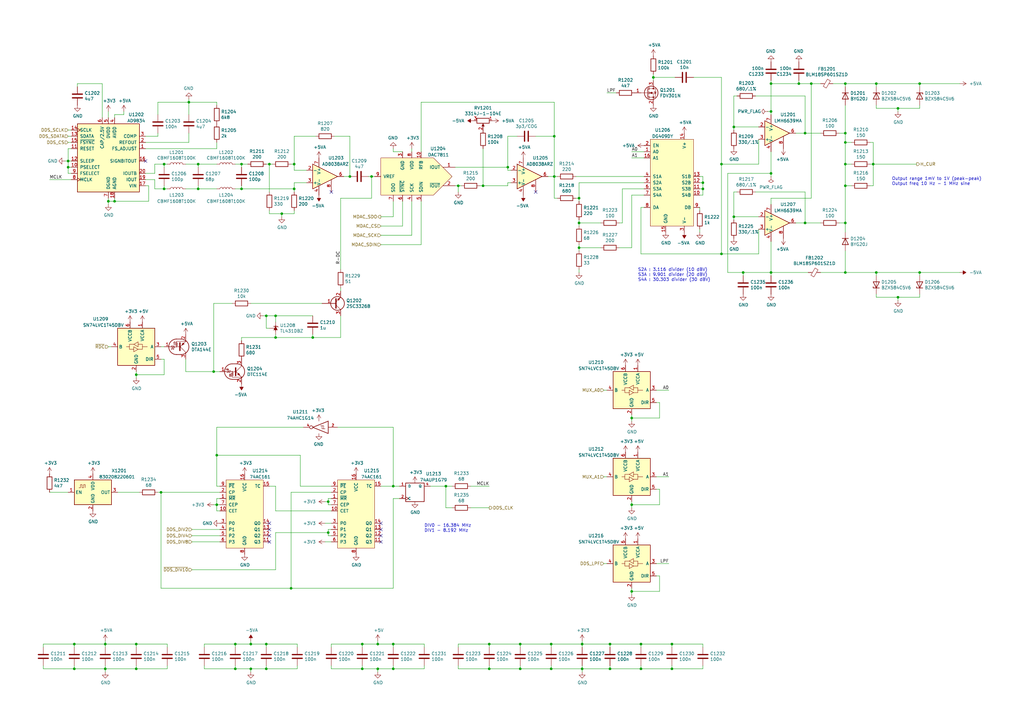
<source format=kicad_sch>
(kicad_sch (version 20211123) (generator eeschema)
  (paper "A3")
  (title_block (title "Function generator") (date "2020-01-19") (rev "1.0"))
  (junction (at 77.47 41.91))
  (junction (at 198.12 76.2))
  (junction (at 316.23 71.12))
  (junction (at 262.89 274.32))
  (junction (at 300.99 52.07))
  (junction (at 359.41 34.29))
  (junction (at 300.99 88.9))
  (junction (at 67.31 77.47))
  (junction (at 99.06 77.47))
  (junction (at 237.49 81.28))
  (junction (at 55.88 153.67))
  (junction (at 187.96 76.2))
  (junction (at 200.66 274.32))
  (junction (at 316.23 34.29))
  (junction (at 332.74 34.29))
  (junction (at 330.2 54.61))
  (junction (at 262.89 264.16))
  (junction (at 88.9 207.01))
  (junction (at 148.59 264.16))
  (junction (at 67.31 67.31))
  (junction (at 259.08 207.01))
  (junction (at 358.14 67.31))
  (junction (at 237.49 91.44))
  (junction (at 81.28 77.47))
  (junction (at 327.66 34.29))
  (junction (at 113.03 129.54))
  (junction (at 161.29 274.32))
  (junction (at 213.36 264.16))
  (junction (at 154.94 264.16))
  (junction (at 30.48 274.32))
  (junction (at 227.33 72.39))
  (junction (at 226.06 274.32))
  (junction (at 288.29 74.93))
  (junction (at 238.76 264.16))
  (junction (at 113.03 138.43))
  (junction (at 368.3 121.92))
  (junction (at 346.71 67.31))
  (junction (at 43.18 274.32))
  (junction (at 346.71 91.44))
  (junction (at 161.29 199.39))
  (junction (at 359.41 111.76))
  (junction (at 99.06 67.31))
  (junction (at 346.71 111.76))
  (junction (at 259.08 171.45))
  (junction (at 66.04 201.93))
  (junction (at 110.49 67.31))
  (junction (at 46.99 82.55))
  (junction (at 120.65 77.47))
  (junction (at 109.22 274.32))
  (junction (at 96.52 274.32))
  (junction (at 213.36 274.32))
  (junction (at 330.2 91.44))
  (junction (at 102.87 264.16))
  (junction (at 250.19 264.16))
  (junction (at 30.48 264.16))
  (junction (at 27.94 66.04))
  (junction (at 200.66 264.16))
  (junction (at 96.52 264.16))
  (junction (at 109.22 129.54))
  (junction (at 87.63 152.4))
  (junction (at 377.19 34.29))
  (junction (at 119.38 241.3))
  (junction (at 102.87 274.32))
  (junction (at 227.33 55.88))
  (junction (at 109.22 264.16))
  (junction (at 346.71 34.29))
  (junction (at 250.19 274.32))
  (junction (at 295.91 67.31))
  (junction (at 316.23 45.72))
  (junction (at 128.27 138.43))
  (junction (at 154.94 274.32))
  (junction (at 346.71 54.61))
  (junction (at 346.71 76.2))
  (junction (at 148.59 274.32))
  (junction (at 226.06 264.16))
  (junction (at 152.4 72.39))
  (junction (at 43.18 264.16))
  (junction (at 304.8 111.76))
  (junction (at 238.76 274.32))
  (junction (at 316.23 111.76))
  (junction (at 27.94 68.58))
  (junction (at 120.65 67.31))
  (junction (at 275.59 274.32))
  (junction (at 377.19 111.76))
  (junction (at 55.88 264.16))
  (junction (at 134.62 218.44))
  (junction (at 115.57 87.63))
  (junction (at 346.71 58.42))
  (junction (at 44.45 82.55))
  (junction (at 134.62 205.74))
  (junction (at 161.29 264.16))
  (junction (at 182.88 199.39))
  (junction (at 55.88 274.32))
  (junction (at 88.9 186.69))
  (junction (at 267.97 31.75))
  (junction (at 143.51 72.39))
  (junction (at 295.91 104.14))
  (junction (at 275.59 264.16))
  (junction (at 368.3 44.45))
  (junction (at 288.29 77.47))
  (junction (at 237.49 101.6))
  (junction (at 208.28 68.58))
  (junction (at 81.28 67.31))
  (junction (at 259.08 242.57))
  (no_connect (at 156.21 222.25))
  (no_connect (at 156.21 214.63))
  (no_connect (at 135.89 78.74))
  (no_connect (at 110.49 214.63))
  (no_connect (at 110.49 222.25))
  (no_connect (at 156.21 219.71))
  (no_connect (at 219.71 78.74))
  (no_connect (at 110.49 219.71))
  (no_connect (at 110.49 217.17))
  (no_connect (at 59.69 66.04))
  (no_connect (at 156.21 217.17))
  (wire (pts (xy 247.65 160.02) (xy 248.92 160.02)))
  (wire (pts (xy 377.19 121.92) (xy 377.19 120.65)))
  (wire (pts (xy 135.89 199.39) (xy 123.19 199.39)))
  (wire (pts (xy 262.89 264.16) (xy 250.19 264.16)))
  (wire (pts (xy 99.06 76.2) (xy 99.06 77.47)))
  (wire (pts (xy 316.23 111.76) (xy 316.23 99.06)))
  (wire (pts (xy 219.71 55.88) (xy 227.33 55.88)))
  (wire (pts (xy 50.8 45.72) (xy 50.8 46.99)))
  (wire (pts (xy 262.89 274.32) (xy 262.89 273.05)))
  (wire (pts (xy 356.87 76.2) (xy 358.14 76.2)))
  (wire (pts (xy 87.63 152.4) (xy 87.63 124.46)))
  (wire (pts (xy 288.29 80.01) (xy 287.02 80.01)))
  (wire (pts (xy 26.67 66.04) (xy 27.94 66.04)))
  (wire (pts (xy 346.71 102.87) (xy 346.71 111.76)))
  (wire (pts (xy 276.86 31.75) (xy 267.97 31.75)))
  (wire (pts (xy 187.96 264.16) (xy 187.96 265.43)))
  (wire (pts (xy 287.02 74.93) (xy 288.29 74.93)))
  (wire (pts (xy 196.85 76.2) (xy 198.12 76.2)))
  (wire (pts (xy 55.88 265.43) (xy 55.88 264.16)))
  (wire (pts (xy 237.49 91.44) (xy 237.49 92.71)))
  (wire (pts (xy 46.99 82.55) (xy 46.99 81.28)))
  (wire (pts (xy 44.45 82.55) (xy 46.99 82.55)))
  (wire (pts (xy 264.16 74.93) (xy 237.49 74.93)))
  (wire (pts (xy 96.52 264.16) (xy 83.82 264.16)))
  (wire (pts (xy 17.78 274.32) (xy 30.48 274.32)))
  (wire (pts (xy 81.28 67.31) (xy 76.2 67.31)))
  (wire (pts (xy 208.28 76.2) (xy 208.28 74.93)))
  (wire (pts (xy 43.18 264.16) (xy 30.48 264.16)))
  (wire (pts (xy 139.7 81.28) (xy 152.4 81.28)))
  (wire (pts (xy 326.39 91.44) (xy 330.2 91.44)))
  (wire (pts (xy 377.19 35.56) (xy 377.19 34.29)))
  (wire (pts (xy 287.02 86.36) (xy 287.02 85.09)))
  (wire (pts (xy 304.8 113.03) (xy 304.8 111.76)))
  (wire (pts (xy 90.17 222.25) (xy 78.74 222.25)))
  (wire (pts (xy 90.17 209.55) (xy 88.9 209.55)))
  (wire (pts (xy 270.51 171.45) (xy 270.51 165.1)))
  (wire (pts (xy 358.14 58.42) (xy 356.87 58.42)))
  (wire (pts (xy 161.29 62.23) (xy 161.29 60.96)))
  (wire (pts (xy 109.22 274.32) (xy 121.92 274.32)))
  (wire (pts (xy 101.6 67.31) (xy 99.06 67.31)))
  (wire (pts (xy 29.21 58.42) (xy 27.94 58.42)))
  (wire (pts (xy 29.21 53.34) (xy 27.94 53.34)))
  (wire (pts (xy 259.08 170.18) (xy 259.08 171.45)))
  (wire (pts (xy 156.21 199.39) (xy 161.29 199.39)))
  (wire (pts (xy 161.29 88.9) (xy 156.21 88.9)))
  (wire (pts (xy 262.89 274.32) (xy 275.59 274.32)))
  (wire (pts (xy 152.4 72.39) (xy 153.67 72.39)))
  (wire (pts (xy 238.76 262.89) (xy 238.76 264.16)))
  (wire (pts (xy 134.62 218.44) (xy 134.62 217.17)))
  (wire (pts (xy 76.2 77.47) (xy 81.28 77.47)))
  (wire (pts (xy 168.91 60.96) (xy 168.91 62.23)))
  (wire (pts (xy 102.87 262.89) (xy 102.87 264.16)))
  (wire (pts (xy 173.99 274.32) (xy 161.29 274.32)))
  (wire (pts (xy 186.69 68.58) (xy 208.28 68.58)))
  (wire (pts (xy 165.1 82.55) (xy 165.1 92.71)))
  (wire (pts (xy 135.89 265.43) (xy 135.89 264.16)))
  (wire (pts (xy 55.88 154.94) (xy 55.88 153.67)))
  (wire (pts (xy 346.71 43.18) (xy 346.71 54.61)))
  (wire (pts (xy 270.51 165.1) (xy 269.24 165.1)))
  (wire (pts (xy 161.29 204.47) (xy 163.83 204.47)))
  (wire (pts (xy 304.8 111.76) (xy 298.45 111.76)))
  (wire (pts (xy 237.49 111.76) (xy 237.49 110.49)))
  (wire (pts (xy 67.31 147.32) (xy 66.04 147.32)))
  (wire (pts (xy 287.02 72.39) (xy 288.29 72.39)))
  (wire (pts (xy 267.97 31.75) (xy 267.97 30.48)))
  (wire (pts (xy 330.2 78.74) (xy 309.88 78.74)))
  (wire (pts (xy 358.14 76.2) (xy 358.14 67.31)))
  (wire (pts (xy 255.27 77.47) (xy 264.16 77.47)))
  (wire (pts (xy 259.08 171.45) (xy 270.51 171.45)))
  (wire (pts (xy 128.27 129.54) (xy 113.03 129.54)))
  (wire (pts (xy 135.89 219.71) (xy 134.62 219.71)))
  (wire (pts (xy 113.03 233.68) (xy 78.74 233.68)))
  (wire (pts (xy 209.55 69.85) (xy 208.28 69.85)))
  (wire (pts (xy 259.08 243.84) (xy 259.08 242.57)))
  (wire (pts (xy 55.88 274.32) (xy 68.58 274.32)))
  (wire (pts (xy 182.88 199.39) (xy 185.42 199.39)))
  (wire (pts (xy 213.36 264.16) (xy 200.66 264.16)))
  (wire (pts (xy 60.96 76.2) (xy 59.69 76.2)))
  (wire (pts (xy 161.29 241.3) (xy 161.29 204.47)))
  (wire (pts (xy 176.53 199.39) (xy 182.88 199.39)))
  (wire (pts (xy 275.59 274.32) (xy 288.29 274.32)))
  (wire (pts (xy 129.54 55.88) (xy 120.65 55.88)))
  (wire (pts (xy 99.06 139.7) (xy 99.06 138.43)))
  (wire (pts (xy 287.02 95.25) (xy 287.02 93.98)))
  (wire (pts (xy 121.92 274.32) (xy 121.92 273.05)))
  (wire (pts (xy 134.62 204.47) (xy 135.89 204.47)))
  (wire (pts (xy 368.3 45.72) (xy 368.3 44.45)))
  (wire (pts (xy 356.87 67.31) (xy 358.14 67.31)))
  (wire (pts (xy 43.18 262.89) (xy 43.18 264.16)))
  (wire (pts (xy 109.22 274.32) (xy 109.22 273.05)))
  (wire (pts (xy 110.49 67.31) (xy 111.76 67.31)))
  (wire (pts (xy 99.06 67.31) (xy 99.06 68.58)))
  (wire (pts (xy 298.45 71.12) (xy 316.23 71.12)))
  (wire (pts (xy 134.62 205.74) (xy 134.62 204.47)))
  (wire (pts (xy 88.9 60.96) (xy 59.69 60.96)))
  (wire (pts (xy 110.49 87.63) (xy 115.57 87.63)))
  (wire (pts (xy 102.87 264.16) (xy 109.22 264.16)))
  (wire (pts (xy 81.28 68.58) (xy 81.28 67.31)))
  (wire (pts (xy 226.06 265.43) (xy 226.06 264.16)))
  (wire (pts (xy 76.2 152.4) (xy 76.2 147.32)))
  (wire (pts (xy 208.28 55.88) (xy 208.28 68.58)))
  (wire (pts (xy 187.96 274.32) (xy 200.66 274.32)))
  (wire (pts (xy 110.49 67.31) (xy 109.22 67.31)))
  (wire (pts (xy 30.48 264.16) (xy 17.78 264.16)))
  (wire (pts (xy 288.29 74.93) (xy 288.29 77.47)))
  (wire (pts (xy 55.88 152.4) (xy 55.88 153.67)))
  (wire (pts (xy 346.71 95.25) (xy 346.71 91.44)))
  (wire (pts (xy 110.49 78.74) (xy 110.49 67.31)))
  (wire (pts (xy 193.04 199.39) (xy 200.66 199.39)))
  (wire (pts (xy 246.38 91.44) (xy 237.49 91.44)))
  (wire (pts (xy 63.5 77.47) (xy 67.31 77.47)))
  (wire (pts (xy 96.52 67.31) (xy 99.06 67.31)))
  (wire (pts (xy 250.19 274.32) (xy 250.19 273.05)))
  (wire (pts (xy 140.97 72.39) (xy 143.51 72.39)))
  (wire (pts (xy 27.94 66.04) (xy 27.94 60.96)))
  (wire (pts (xy 113.03 209.55) (xy 113.03 199.39)))
  (wire (pts (xy 172.72 82.55) (xy 172.72 100.33)))
  (wire (pts (xy 336.55 54.61) (xy 330.2 54.61)))
  (wire (pts (xy 316.23 81.28) (xy 332.74 81.28)))
  (wire (pts (xy 269.24 231.14) (xy 274.32 231.14)))
  (wire (pts (xy 133.35 214.63) (xy 135.89 214.63)))
  (wire (pts (xy 346.71 35.56) (xy 346.71 34.29)))
  (wire (pts (xy 228.6 81.28) (xy 227.33 81.28)))
  (wire (pts (xy 262.89 85.09) (xy 262.89 104.14)))
  (wire (pts (xy 29.21 73.66) (xy 20.32 73.66)))
  (wire (pts (xy 154.94 262.89) (xy 154.94 264.16)))
  (wire (pts (xy 27.94 201.93) (xy 20.32 201.93)))
  (wire (pts (xy 66.04 201.93) (xy 64.77 201.93)))
  (wire (pts (xy 259.08 241.3) (xy 259.08 242.57)))
  (wire (pts (xy 200.66 273.05) (xy 200.66 274.32)))
  (wire (pts (xy 295.91 104.14) (xy 295.91 67.31)))
  (wire (pts (xy 237.49 91.44) (xy 237.49 90.17)))
  (wire (pts (xy 96.52 273.05) (xy 96.52 274.32)))
  (wire (pts (xy 68.58 274.32) (xy 68.58 273.05)))
  (wire (pts (xy 102.87 275.59) (xy 102.87 274.32)))
  (wire (pts (xy 119.38 201.93) (xy 119.38 241.3)))
  (wire (pts (xy 46.99 46.99) (xy 46.99 48.26)))
  (wire (pts (xy 227.33 55.88) (xy 227.33 72.39)))
  (wire (pts (xy 358.14 67.31) (xy 358.14 58.42)))
  (wire (pts (xy 67.31 67.31) (xy 67.31 68.58)))
  (wire (pts (xy 393.7 34.29) (xy 377.19 34.29)))
  (wire (pts (xy 349.25 76.2) (xy 346.71 76.2)))
  (wire (pts (xy 346.71 34.29) (xy 359.41 34.29)))
  (wire (pts (xy 123.19 199.39) (xy 123.19 186.69)))
  (wire (pts (xy 332.74 81.28) (xy 332.74 34.29)))
  (wire (pts (xy 134.62 219.71) (xy 134.62 218.44)))
  (wire (pts (xy 134.62 207.01) (xy 134.62 205.74)))
  (wire (pts (xy 81.28 77.47) (xy 81.28 76.2)))
  (wire (pts (xy 227.33 72.39) (xy 228.6 72.39)))
  (wire (pts (xy 185.42 208.28) (xy 182.88 208.28)))
  (wire (pts (xy 316.23 72.39) (xy 316.23 71.12)))
  (wire (pts (xy 110.49 86.36) (xy 110.49 87.63)))
  (wire (pts (xy 255.27 91.44) (xy 255.27 77.47)))
  (wire (pts (xy 187.96 76.2) (xy 186.69 76.2)))
  (wire (pts (xy 30.48 264.16) (xy 30.48 265.43)))
  (wire (pts (xy 96.52 264.16) (xy 96.52 265.43)))
  (wire (pts (xy 377.19 113.03) (xy 377.19 111.76)))
  (wire (pts (xy 64.77 55.88) (xy 64.77 54.61)))
  (wire (pts (xy 212.09 55.88) (xy 208.28 55.88)))
  (wire (pts (xy 121.92 265.43) (xy 121.92 264.16)))
  (wire (pts (xy 330.2 91.44) (xy 330.2 78.74)))
  (wire (pts (xy 120.65 67.31) (xy 120.65 69.85)))
  (wire (pts (xy 44.45 45.72) (xy 44.45 48.26)))
  (wire (pts (xy 148.59 274.32) (xy 148.59 273.05)))
  (wire (pts (xy 330.2 54.61) (xy 330.2 39.37)))
  (wire (pts (xy 172.72 100.33) (xy 156.21 100.33)))
  (wire (pts (xy 393.7 111.76) (xy 377.19 111.76)))
  (wire (pts (xy 88.9 41.91) (xy 88.9 43.18)))
  (wire (pts (xy 259.08 80.01) (xy 264.16 80.01)))
  (wire (pts (xy 300.99 52.07) (xy 311.15 52.07)))
  (wire (pts (xy 133.35 222.25) (xy 135.89 222.25)))
  (wire (pts (xy 96.52 274.32) (xy 102.87 274.32)))
  (wire (pts (xy 193.04 208.28) (xy 200.66 208.28)))
  (wire (pts (xy 237.49 102.87) (xy 237.49 101.6)))
  (wire (pts (xy 330.2 39.37) (xy 309.88 39.37)))
  (wire (pts (xy 288.29 265.43) (xy 288.29 264.16)))
  (wire (pts (xy 87.63 207.01) (xy 88.9 207.01)))
  (wire (pts (xy 55.88 153.67) (xy 67.31 153.67)))
  (wire (pts (xy 161.29 199.39) (xy 163.83 199.39)))
  (wire (pts (xy 135.89 207.01) (xy 134.62 207.01)))
  (wire (pts (xy 300.99 53.34) (xy 300.99 52.07)))
  (wire (pts (xy 254 101.6) (xy 259.08 101.6)))
  (wire (pts (xy 148.59 265.43) (xy 148.59 264.16)))
  (wire (pts (xy 50.8 46.99) (xy 46.99 46.99)))
  (wire (pts (xy 300.99 90.17) (xy 300.99 88.9)))
  (wire (pts (xy 238.76 265.43) (xy 238.76 264.16)))
  (wire (pts (xy 88.9 207.01) (xy 88.9 204.47)))
  (wire (pts (xy 262.89 265.43) (xy 262.89 264.16)))
  (wire (pts (xy 288.29 274.32) (xy 288.29 273.05)))
  (wire (pts (xy 316.23 34.29) (xy 327.66 34.29)))
  (wire (pts (xy 113.03 209.55) (xy 135.89 209.55)))
  (wire (pts (xy 68.58 265.43) (xy 68.58 264.16)))
  (wire (pts (xy 46.99 82.55) (xy 60.96 82.55)))
  (wire (pts (xy 316.23 34.29) (xy 316.23 45.72)))
  (wire (pts (xy 213.36 274.32) (xy 226.06 274.32)))
  (wire (pts (xy 237.49 74.93) (xy 237.49 81.28)))
  (wire (pts (xy 67.31 153.67) (xy 67.31 147.32)))
  (wire (pts (xy 250.19 265.43) (xy 250.19 264.16)))
  (wire (pts (xy 132.08 124.46) (xy 102.87 124.46)))
  (wire (pts (xy 316.23 113.03) (xy 316.23 111.76)))
  (wire (pts (xy 314.96 45.72) (xy 316.23 45.72)))
  (wire (pts (xy 200.66 264.16) (xy 187.96 264.16)))
  (wire (pts (xy 168.91 82.55) (xy 168.91 96.52)))
  (wire (pts (xy 88.9 77.47) (xy 81.28 77.47)))
  (wire (pts (xy 316.23 111.76) (xy 331.47 111.76)))
  (wire (pts (xy 246.38 101.6) (xy 237.49 101.6)))
  (wire (pts (xy 139.7 119.38) (xy 139.7 118.11)))
  (wire (pts (xy 152.4 81.28) (xy 152.4 72.39)))
  (wire (pts (xy 151.13 72.39) (xy 152.4 72.39)))
  (wire (pts (xy 120.65 74.93) (xy 120.65 77.47)))
  (wire (pts (xy 161.29 199.39) (xy 161.29 175.26)))
  (wire (pts (xy 44.45 142.24) (xy 45.72 142.24)))
  (wire (pts (xy 143.51 55.88) (xy 137.16 55.88)))
  (wire (pts (xy 226.06 264.16) (xy 238.76 264.16)))
  (wire (pts (xy 90.17 199.39) (xy 88.9 199.39)))
  (wire (pts (xy 172.72 62.23) (xy 172.72 41.91)))
  (wire (pts (xy 88.9 209.55) (xy 88.9 207.01)))
  (wire (pts (xy 189.23 76.2) (xy 187.96 76.2)))
  (wire (pts (xy 259.08 101.6) (xy 259.08 80.01)))
  (wire (pts (xy 90.17 152.4) (xy 87.63 152.4)))
  (wire (pts (xy 161.29 82.55) (xy 161.29 88.9)))
  (wire (pts (xy 59.69 73.66) (xy 63.5 73.66)))
  (wire (pts (xy 113.03 129.54) (xy 113.03 132.08)))
  (wire (pts (xy 139.7 138.43) (xy 128.27 138.43)))
  (wire (pts (xy 275.59 274.32) (xy 275.59 273.05)))
  (wire (pts (xy 269.24 195.58) (xy 274.32 195.58)))
  (wire (pts (xy 344.17 54.61) (xy 346.71 54.61)))
  (wire (pts (xy 90.17 201.93) (xy 66.04 201.93)))
  (wire (pts (xy 250.19 274.32) (xy 262.89 274.32)))
  (wire (pts (xy 27.94 66.04) (xy 29.21 66.04)))
  (wire (pts (xy 316.23 33.02) (xy 316.23 34.29)))
  (wire (pts (xy 168.91 96.52) (xy 156.21 96.52)))
  (wire (pts (xy 154.94 275.59) (xy 154.94 274.32)))
  (wire (pts (xy 83.82 273.05) (xy 83.82 274.32)))
  (wire (pts (xy 44.45 83.82) (xy 44.45 82.55)))
  (wire (pts (xy 109.22 265.43) (xy 109.22 264.16)))
  (wire (pts (xy 264.16 62.23) (xy 259.08 62.23)))
  (wire (pts (xy 125.73 74.93) (xy 120.65 74.93)))
  (wire (pts (xy 259.08 208.28) (xy 259.08 207.01)))
  (wire (pts (xy 275.59 264.16) (xy 262.89 264.16)))
  (wire (pts (xy 59.69 58.42) (xy 77.47 58.42)))
  (wire (pts (xy 316.23 83.82) (xy 316.23 81.28)))
  (wire (pts (xy 99.06 77.47) (xy 120.65 77.47)))
  (wire (pts (xy 161.29 274.32) (xy 161.29 273.05)))
  (wire (pts (xy 295.91 31.75) (xy 284.48 31.75)))
  (wire (pts (xy 29.21 71.12) (xy 27.94 71.12)))
  (wire (pts (xy 135.89 274.32) (xy 135.89 273.05)))
  (wire (pts (xy 57.15 201.93) (xy 48.26 201.93)))
  (wire (pts (xy 29.21 68.58) (xy 27.94 68.58)))
  (wire (pts (xy 182.88 208.28) (xy 182.88 199.39)))
  (wire (pts (xy 119.38 241.3) (xy 66.04 241.3)))
  (wire (pts (xy 327.66 34.29) (xy 332.74 34.29)))
  (wire (pts (xy 68.58 264.16) (xy 55.88 264.16)))
  (wire (pts (xy 154.94 274.32) (xy 161.29 274.32)))
  (wire (pts (xy 43.18 265.43) (xy 43.18 264.16)))
  (wire (pts (xy 226.06 264.16) (xy 213.36 264.16)))
  (wire (pts (xy 43.18 274.32) (xy 55.88 274.32)))
  (wire (pts (xy 154.94 264.16) (xy 148.59 264.16)))
  (wire (pts (xy 173.99 273.05) (xy 173.99 274.32)))
  (wire (pts (xy 237.49 81.28) (xy 236.22 81.28)))
  (wire (pts (xy 349.25 67.31) (xy 346.71 67.31)))
  (wire (pts (xy 213.36 265.43) (xy 213.36 264.16)))
  (wire (pts (xy 17.78 264.16) (xy 17.78 265.43)))
  (wire (pts (xy 120.65 87.63) (xy 120.65 86.36)))
  (wire (pts (xy 102.87 274.32) (xy 109.22 274.32)))
  (wire (pts (xy 88.9 186.69) (xy 123.19 186.69)))
  (wire (pts (xy 270.51 236.22) (xy 269.24 236.22)))
  (wire (pts (xy 59.69 71.12) (xy 63.5 71.12)))
  (wire (pts (xy 88.9 204.47) (xy 90.17 204.47)))
  (wire (pts (xy 115.57 87.63) (xy 120.65 87.63)))
  (wire (pts (xy 29.21 55.88) (xy 27.94 55.88)))
  (wire (pts (xy 43.18 274.32) (xy 43.18 273.05)))
  (wire (pts (xy 165.1 62.23) (xy 161.29 62.23)))
  (wire (pts (xy 121.92 264.16) (xy 109.22 264.16)))
  (wire (pts (xy 172.72 41.91) (xy 227.33 41.91)))
  (wire (pts (xy 90.17 217.17) (xy 78.74 217.17)))
  (wire (pts (xy 68.58 67.31) (xy 67.31 67.31)))
  (wire (pts (xy 288.29 264.16) (xy 275.59 264.16)))
  (wire (pts (xy 17.78 273.05) (xy 17.78 274.32)))
  (wire (pts (xy 227.33 81.28) (xy 227.33 72.39)))
  (wire (pts (xy 128.27 138.43) (xy 128.27 137.16)))
  (wire (pts (xy 110.49 134.62) (xy 109.22 134.62)))
  (wire (pts (xy 77.47 40.64) (xy 77.47 41.91)))
  (wire (pts (xy 115.57 88.9) (xy 115.57 87.63)))
  (wire (pts (xy 63.5 67.31) (xy 67.31 67.31)))
  (wire (pts (xy 134.62 218.44) (xy 113.03 218.44)))
  (wire (pts (xy 346.71 76.2) (xy 346.71 67.31)))
  (wire (pts (xy 99.06 138.43) (xy 113.03 138.43)))
  (wire (pts (xy 346.71 91.44) (xy 346.71 76.2)))
  (wire (pts (xy 270.51 242.57) (xy 270.51 236.22)))
  (wire (pts (xy 64.77 46.99) (xy 64.77 41.91)))
  (wire (pts (xy 270.51 200.66) (xy 269.24 200.66)))
  (wire (pts (xy 346.71 67.31) (xy 346.71 58.42)))
  (wire (pts (xy 187.96 273.05) (xy 187.96 274.32)))
  (wire (pts (xy 359.41 120.65) (xy 359.41 121.92)))
  (wire (pts (xy 254 91.44) (xy 255.27 91.44)))
  (wire (pts (xy 300.99 88.9) (xy 311.15 88.9)))
  (wire (pts (xy 148.59 264.16) (xy 135.89 264.16)))
  (wire (pts (xy 119.38 67.31) (xy 120.65 67.31)))
  (wire (pts (xy 368.3 121.92) (xy 377.19 121.92)))
  (wire (pts (xy 275.59 265.43) (xy 275.59 264.16)))
  (wire (pts (xy 81.28 67.31) (xy 88.9 67.31)))
  (wire (pts (xy 77.47 46.99) (xy 77.47 41.91)))
  (wire (pts (xy 63.5 73.66) (xy 63.5 77.47)))
  (wire (pts (xy 288.29 77.47) (xy 288.29 80.01)))
  (wire (pts (xy 336.55 111.76) (xy 346.71 111.76)))
  (wire (pts (xy 226.06 274.32) (xy 238.76 274.32)))
  (wire (pts (xy 287.02 77.47) (xy 288.29 77.47)))
  (wire (pts (xy 27.94 60.96) (xy 29.21 60.96)))
  (wire (pts (xy 44.45 82.55) (xy 44.45 81.28)))
  (wire (pts (xy 300.99 78.74) (xy 300.99 88.9)))
  (wire (pts (xy 67.31 142.24) (xy 66.04 142.24)))
  (wire (pts (xy 161.29 175.26) (xy 138.43 175.26)))
  (wire (pts (xy 247.65 231.14) (xy 248.92 231.14)))
  (wire (pts (xy 316.23 111.76) (xy 304.8 111.76)))
  (wire (pts (xy 139.7 129.54) (xy 139.7 138.43)))
  (wire (pts (xy 30.48 273.05) (xy 30.48 274.32)))
  (wire (pts (xy 311.15 93.98) (xy 311.15 104.14)))
  (wire (pts (xy 295.91 67.31) (xy 295.91 31.75)))
  (wire (pts (xy 270.51 207.01) (xy 270.51 200.66)))
  (wire (pts (xy 358.14 67.31) (xy 375.92 67.31)))
  (wire (pts (xy 60.96 82.55) (xy 60.96 76.2)))
  (wire (pts (xy 59.69 55.88) (xy 64.77 55.88)))
  (wire (pts (xy 237.49 82.55) (xy 237.49 81.28)))
  (wire (pts (xy 27.94 68.58) (xy 27.94 66.04)))
  (wire (pts (xy 336.55 91.44) (xy 330.2 91.44)))
  (wire (pts (xy 198.12 60.96) (xy 198.12 76.2)))
  (wire (pts (xy 262.89 104.14) (xy 295.91 104.14)))
  (wire (pts (xy 161.29 264.16) (xy 173.99 264.16)))
  (wire (pts (xy 120.65 55.88) (xy 120.65 67.31)))
  (wire (pts (xy 133.35 205.74) (xy 134.62 205.74)))
  (wire (pts (xy 134.62 217.17) (xy 135.89 217.17)))
  (wire (pts (xy 326.39 54.61) (xy 330.2 54.61)))
  (wire (pts (xy 269.24 160.02) (xy 274.32 160.02)))
  (wire (pts (xy 31.75 34.29) (xy 31.75 35.56)))
  (wire (pts (xy 264.16 72.39) (xy 236.22 72.39)))
  (wire (pts (xy 31.75 34.29) (xy 41.91 34.29)))
  (wire (pts (xy 259.08 207.01) (xy 270.51 207.01)))
  (wire (pts (xy 346.71 58.42) (xy 346.71 54.61)))
  (wire (pts (xy 311.15 67.31) (xy 311.15 57.15)))
  (wire (pts (xy 359.41 35.56) (xy 359.41 34.29)))
  (wire (pts (xy 213.36 274.32) (xy 213.36 273.05)))
  (wire (pts (xy 227.33 41.91) (xy 227.33 55.88)))
  (wire (pts (xy 88.9 58.42) (xy 88.9 60.96)))
  (wire (pts (xy 113.03 137.16) (xy 113.03 138.43)))
  (wire (pts (xy 238.76 275.59) (xy 238.76 274.32)))
  (wire (pts (xy 68.58 77.47) (xy 67.31 77.47)))
  (wire (pts (xy 302.26 78.74) (xy 300.99 78.74)))
  (wire (pts (xy 252.73 38.1) (xy 248.92 38.1)))
  (wire (pts (xy 41.91 48.26) (xy 41.91 34.29)))
  (wire (pts (xy 359.41 121.92) (xy 368.3 121.92)))
  (wire (pts (xy 250.19 264.16) (xy 238.76 264.16)))
  (wire (pts (xy 120.65 77.47) (xy 120.65 78.74)))
  (wire (pts (xy 237.49 101.6) (xy 237.49 100.33)))
  (wire (pts (xy 259.08 205.74) (xy 259.08 207.01)))
  (wire (pts (xy 148.59 274.32) (xy 154.94 274.32)))
  (wire (pts (xy 327.66 33.02) (xy 327.66 34.29)))
  (wire (pts (xy 359.41 113.03) (xy 359.41 111.76)))
  (wire (pts (xy 107.95 129.54) (xy 109.22 129.54)))
  (wire (pts (xy 238.76 274.32) (xy 250.19 274.32)))
  (wire (pts (xy 55.88 264.16) (xy 43.18 264.16)))
  (wire (pts (xy 87.63 152.4) (xy 76.2 152.4)))
  (wire (pts (xy 90.17 207.01) (xy 88.9 207.01)))
  (wire (pts (xy 113.03 218.44) (xy 113.03 233.68)))
  (wire (pts (xy 344.17 91.44) (xy 346.71 91.44)))
  (wire (pts (xy 311.15 104.14) (xy 295.91 104.14)))
  (wire (pts (xy 96.52 77.47) (xy 99.06 77.47)))
  (wire (pts (xy 63.5 71.12) (xy 63.5 67.31)))
  (wire (pts (xy 247.65 195.58) (xy 248.92 195.58)))
  (wire (pts (xy 349.25 58.42) (xy 346.71 58.42)))
  (wire (pts (xy 88.9 186.69) (xy 88.9 175.26)))
  (wire (pts (xy 135.89 201.93) (xy 119.38 201.93)))
  (wire (pts (xy 102.87 264.16) (xy 96.52 264.16)))
  (wire (pts (xy 87.63 124.46) (xy 95.25 124.46)))
  (wire (pts (xy 316.23 71.12) (xy 316.23 62.23)))
  (wire (pts (xy 109.22 134.62) (xy 109.22 129.54)))
  (wire (pts (xy 165.1 92.71) (xy 156.21 92.71)))
  (wire (pts (xy 83.82 264.16) (xy 83.82 265.43)))
  (wire (pts (xy 200.66 264.16) (xy 200.66 265.43)))
  (wire (pts (xy 359.41 34.29) (xy 377.19 34.29)))
  (wire (pts (xy 359.41 111.76) (xy 377.19 111.76)))
  (wire (pts (xy 359.41 43.18) (xy 359.41 44.45)))
  (wire (pts (xy 113.03 138.43) (xy 128.27 138.43)))
  (wire (pts (xy 120.65 69.85) (xy 125.73 69.85)))
  (wire (pts (xy 302.26 39.37) (xy 300.99 39.37)))
  (wire (pts (xy 208.28 74.93) (xy 209.55 74.93)))
  (wire (pts (xy 161.29 264.16) (xy 154.94 264.16)))
  (wire (pts (xy 55.88 274.32) (xy 55.88 273.05)))
  (wire (pts (xy 208.28 69.85) (xy 208.28 68.58)))
  (wire (pts (xy 77.47 41.91) (xy 88.9 41.91)))
  (wire (pts (xy 109.22 129.54) (xy 113.03 129.54)))
  (wire (pts (xy 83.82 274.32) (xy 96.52 274.32)))
  (wire (pts (xy 264.16 85.09) (xy 262.89 85.09)))
  (wire (pts (xy 226.06 274.32) (xy 226.06 273.05)))
  (wire (pts (xy 295.91 67.31) (xy 311.15 67.31)))
  (wire (pts (xy 64.77 41.91) (xy 77.47 41.91)))
  (wire (pts (xy 259.08 242.57) (xy 270.51 242.57)))
  (wire (pts (xy 119.38 241.3) (xy 161.29 241.3)))
  (wire (pts (xy 27.94 71.12) (xy 27.94 68.58)))
  (wire (pts (xy 135.89 274.32) (xy 148.59 274.32)))
  (wire (pts (xy 43.18 275.59) (xy 43.18 274.32)))
  (wire (pts (xy 143.51 72.39) (xy 143.51 55.88)))
  (wire (pts (xy 30.48 274.32) (xy 43.18 274.32)))
  (wire (pts (xy 359.41 44.45) (xy 368.3 44.45)))
  (wire (pts (xy 66.04 241.3) (xy 66.04 201.93)))
  (wire (pts (xy 267.97 33.02) (xy 267.97 31.75)))
  (wire (pts (xy 67.31 77.47) (xy 67.31 76.2)))
  (wire (pts (xy 341.63 34.29) (xy 346.71 34.29)))
  (wire (pts (xy 238.76 274.32) (xy 238.76 273.05)))
  (wire (pts (xy 298.45 111.76) (xy 298.45 71.12)))
  (wire (pts (xy 200.66 274.32) (xy 213.36 274.32)))
  (wire (pts (xy 124.46 175.26) (xy 88.9 175.26)))
  (wire (pts (xy 264.16 64.77) (xy 259.08 64.77)))
  (wire (pts (xy 113.03 199.39) (xy 110.49 199.39)))
  (wire (pts (xy 90.17 219.71) (xy 78.74 219.71)))
  (wire (pts (xy 368.3 123.19) (xy 368.3 121.92)))
  (wire (pts (xy 377.19 44.45) (xy 377.19 43.18)))
  (wire (pts (xy 316.23 45.72) (xy 316.23 46.99)))
  (wire (pts (xy 332.74 34.29) (xy 336.55 34.29)))
  (wire (pts (xy 187.96 78.74) (xy 187.96 76.2)))
  (wire (pts (xy 161.29 265.43) (xy 161.29 264.16)))
  (wire (pts (xy 88.9 199.39) (xy 88.9 186.69)))
  (wire (pts (xy 198.12 76.2) (xy 208.28 76.2)))
  (wire (pts (xy 139.7 81.28) (xy 139.7 110.49)))
  (wire (pts (xy 227.33 72.39) (xy 224.79 72.39)))
  (wire (pts (xy 173.99 264.16) (xy 173.99 265.43)))
  (wire (pts (xy 300.99 39.37) (xy 300.99 52.07)))
  (wire (pts (xy 288.29 72.39) (xy 288.29 74.93)))
  (wire (pts (xy 368.3 44.45) (xy 377.19 44.45)))
  (wire (pts (xy 259.08 172.72) (xy 259.08 171.45)))
  (wire (pts (xy 77.47 58.42) (xy 77.47 54.61)))
  (wire (pts (xy 346.71 111.76) (xy 359.41 111.76)))
  (text "Output range 1mV to 1V (peak-peak)\nOutput freq 10 Hz - 1 MHz sine" (at 365.76 76.2 0) (effects (font (size 1.27 1.27)) (justify left bottom)))
  (text "S2A : 3.116 divider (10 dBV)\nS3A : 9.901 divider (20 dBV)\nS4A : 30.303 divider (30 dBV)" (at 261.62 115.57 0) (effects (font (size 1.27 1.27)) (justify left bottom)))
  (text "DIV0 - 16.384 MHz\nDIV1 - 8.192 MHz" (at 173.99 218.44 0) (effects (font (size 1.27 1.27)) (justify left bottom)))
  (label "A0" (at 259.08 62.23 0))
  (label "A1" (at 259.08 64.77 0))
  (label "R-DC" (at 139.7 102.87 270))
  (label "A1" (at 274.32 195.58 180))
  (label "MCLK" (at 20.32 73.66 0))
  (label "MCLK" (at 200.66 199.39 180))
  (label "LPF" (at 248.92 38.1 0))
  (label "LPF" (at 274.32 231.14 180))
  (label "A0" (at 274.32 160.02 180))
  (hierarchical_label "MUX_A1" (shape input) (at 247.65 195.58 180))
  (hierarchical_label "~{DDS_DIV10}" (shape input) (at 78.74 233.68 180))
  (hierarchical_label "DDS_LPF" (shape input) (at 247.65 231.14 180))
  (hierarchical_label "DDS_SDATA" (shape input) (at 27.94 55.88 180))
  (hierarchical_label "DDS_DIV4" (shape input) (at 78.74 219.71 180))
  (hierarchical_label "DDS_DIV8" (shape input) (at 78.74 222.25 180))
  (hierarchical_label "MDAC_SDIN" (shape input) (at 156.21 100.33 180))
  (hierarchical_label "DDS_SCLK" (shape input) (at 27.94 53.34 180))
  (hierarchical_label "DDS_CLK" (shape output) (at 200.66 208.28 0))
  (hierarchical_label "DDS_DIV2" (shape input) (at 78.74 217.17 180))
  (hierarchical_label "MDAC_SCK" (shape input) (at 156.21 96.52 180))
  (hierarchical_label "MUX_A0" (shape input) (at 247.65 160.02 180))
  (hierarchical_label "MDAC_SDO" (shape output) (at 156.21 88.9 180))
  (hierarchical_label "DDS_CS" (shape input) (at 27.94 58.42 180))
  (hierarchical_label "H_CUR" (shape output) (at 375.92 67.31 0))
  (hierarchical_label "MDAC_CS" (shape input) (at 156.21 92.71 180))
  (hierarchical_label "~{RDC}" (shape input) (at 44.45 142.24 180))
  (symbol (lib_id "Interface:AD9834") (at 44.45 66.04 0) (unit 1)
    (property "Reference" "U1202" (at 55.88 46.99 0))
    (property "Value" "AD9834" (at 55.88 49.53 0))
    (property "Footprint" "Package_SO:TSSOP-20_4.4x6.5mm_P0.65mm" (effects hide))
    (property "Datasheet" "https://www.analog.com/static/imported-files/data_sheets/AD9834.pdf" (effects hide))
  )
  (symbol (lib_id "Device:C") (at 31.75 39.37 0) (unit 1)
    (property "Reference" "C1202" (at 34.671 38.2016 0) (effects (justify left)))
    (property "Value" "4u7" (at 34.671 40.513 0) (effects (justify left)))
    (property "Footprint" "Capacitor_SMD:C_0603_1608Metric_Pad1.08x0.95mm_HandSolder" (effects hide))
  )
  (symbol (lib_id "Device:C") (at 64.77 50.8 0) (unit 1)
    (property "Reference" "C1203" (at 67.691 49.6316 0) (effects (justify left)))
    (property "Value" "100n" (at 67.691 51.943 0) (effects (justify left)))
    (property "Footprint" "Capacitor_SMD:C_0603_1608Metric_Pad1.08x0.95mm_HandSolder" (effects hide))
  )
  (symbol (lib_id "Device:R") (at 189.23 199.39 270) (unit 1)
    (property "Reference" "R1233" (at 189.23 194.1322 90))
    (property "Value" "68" (at 189.23 196.4436 90))
    (property "Footprint" "Resistor_SMD:R_0603_1608Metric_Pad0.98x0.95mm_HandSolder" (effects hide))
  )
  (symbol (lib_id "Device:C") (at 77.47 50.8 0) (unit 1)
    (property "Reference" "C1204" (at 80.391 49.6316 0) (effects (justify left)))
    (property "Value" "4u7" (at 80.391 51.943 0) (effects (justify left)))
    (property "Footprint" "Capacitor_SMD:C_0603_1608Metric_Pad1.08x0.95mm_HandSolder" (effects hide))
  )
  (symbol (lib_id "Device:R") (at 88.9 54.61 0) (unit 1)
    (property "Reference" "R1205" (at 90.678 53.4416 0) (effects (justify left)))
    (property "Value" "2k" (at 90.678 55.753 0) (effects (justify left)))
    (property "Footprint" "Resistor_SMD:R_0603_1608Metric_Pad0.98x0.95mm_HandSolder" (effects hide))
  )
  (symbol (lib_id "Device:R") (at 189.23 208.28 270) (unit 1)
    (property "Reference" "R1235" (at 189.23 203.0222 90))
    (property "Value" "68" (at 189.23 205.3336 90))
    (property "Footprint" "Resistor_SMD:R_0603_1608Metric_Pad0.98x0.95mm_HandSolder" (effects hide))
  )
  (symbol (lib_id "Device:R") (at 88.9 46.99 0) (unit 1)
    (property "Reference" "R1204" (at 90.678 45.8216 0) (effects (justify left)))
    (property "Value" "6k8" (at 90.678 48.133 0) (effects (justify left)))
    (property "Footprint" "Resistor_SMD:R_0603_1608Metric_Pad0.98x0.95mm_HandSolder" (effects hide))
  )
  (symbol (lib_id "power:GND") (at 77.47 40.64 180) (unit 1)
    (property "Reference" "#PWR01203" (effects hide))
    (property "Value" "GND" (at 77.343 36.2458 0))
  )
  (symbol (lib_id "Device:C") (at 67.31 72.39 0) (unit 1)
    (property "Reference" "C1206" (at 70.231 71.2216 0) (effects (justify left)))
    (property "Value" "100p" (at 70.231 73.533 0) (effects (justify left)))
    (property "Footprint" "Capacitor_SMD:C_0603_1608Metric_Pad1.08x0.95mm_HandSolder" (effects hide))
  )
  (symbol (lib_id "Device:L") (at 72.39 67.31 90) (unit 1)
    (property "Reference" "L1201" (at 72.39 62.484 90))
    (property "Value" "CBMF1608T100K" (at 72.39 64.7954 90))
    (property "Footprint" "Inductor_SMD:L_0603_1608Metric_Pad1.05x0.95mm_HandSolder" (effects hide))
  )
  (symbol (lib_id "Device:L") (at 72.39 77.47 90) (unit 1)
    (property "Reference" "L1203" (at 72.39 80.01 90))
    (property "Value" "CBMF1608T100K" (at 72.39 82.55 90))
    (property "Footprint" "Inductor_SMD:L_0603_1608Metric_Pad1.05x0.95mm_HandSolder" (effects hide))
  )
  (symbol (lib_id "Device:C") (at 81.28 72.39 0) (unit 1)
    (property "Reference" "C1207" (at 84.201 71.2216 0) (effects (justify left)))
    (property "Value" "68p" (at 84.201 73.533 0) (effects (justify left)))
    (property "Footprint" "Capacitor_SMD:C_0603_1608Metric_Pad1.08x0.95mm_HandSolder" (effects hide))
  )
  (symbol (lib_id "Device:L") (at 92.71 77.47 90) (unit 1)
    (property "Reference" "L1204" (at 92.71 80.01 90))
    (property "Value" "CBMF1608T100K" (at 92.71 82.55 90))
    (property "Footprint" "Inductor_SMD:L_0603_1608Metric_Pad1.05x0.95mm_HandSolder" (effects hide))
  )
  (symbol (lib_id "Device:L") (at 92.71 67.31 90) (unit 1)
    (property "Reference" "L1202" (at 92.71 62.484 90))
    (property "Value" "CBMF1608T100K" (at 92.71 64.7954 90))
    (property "Footprint" "Inductor_SMD:L_0603_1608Metric_Pad1.05x0.95mm_HandSolder" (effects hide))
  )
  (symbol (lib_id "Device:C") (at 99.06 72.39 0) (unit 1)
    (property "Reference" "C1208" (at 101.981 71.2216 0) (effects (justify left)))
    (property "Value" "100p" (at 101.981 73.533 0) (effects (justify left)))
    (property "Footprint" "Capacitor_SMD:C_0603_1608Metric_Pad1.08x0.95mm_HandSolder" (effects hide))
  )
  (symbol (lib_id "Device:R") (at 105.41 67.31 270) (unit 1)
    (property "Reference" "R1211" (at 105.41 62.0522 90))
    (property "Value" "200" (at 105.41 64.3636 90))
    (property "Footprint" "Resistor_SMD:R_0603_1608Metric_Pad0.98x0.95mm_HandSolder" (effects hide))
  )
  (symbol (lib_id "Device:R") (at 115.57 67.31 270) (unit 1)
    (property "Reference" "R1212" (at 115.57 62.0522 90))
    (property "Value" "200" (at 115.57 64.3636 90))
    (property "Footprint" "Resistor_SMD:R_0603_1608Metric_Pad0.98x0.95mm_HandSolder" (effects hide))
  )
  (symbol (lib_id "Device:R") (at 110.49 82.55 0) (unit 1)
    (property "Reference" "R1219" (at 112.268 81.3816 0) (effects (justify left)))
    (property "Value" "330" (at 112.268 83.693 0) (effects (justify left)))
    (property "Footprint" "Resistor_SMD:R_0603_1608Metric_Pad0.98x0.95mm_HandSolder" (effects hide))
  )
  (symbol (lib_id "Device:R") (at 120.65 82.55 0) (unit 1)
    (property "Reference" "R1220" (at 122.428 81.3816 0) (effects (justify left)))
    (property "Value" "200" (at 122.428 83.693 0) (effects (justify left)))
    (property "Footprint" "Resistor_SMD:R_0603_1608Metric_Pad0.98x0.95mm_HandSolder" (effects hide))
  )
  (symbol (lib_id "power:GND") (at 115.57 88.9 0) (unit 1)
    (property "Reference" "#PWR01224" (effects hide))
    (property "Value" "GND" (at 115.697 93.2942 0))
  )
  (symbol (lib_id "ETH1CLCR2:AD8038") (at 133.35 72.39 0) (unit 1)
    (property "Reference" "U1203" (at 134.62 64.77 0) (effects (justify left)))
    (property "Value" "AD8038ARZ" (at 132.08 67.31 0) (effects (justify left)))
    (property "Footprint" "Package_SO:SOIC-8_3.9x4.9mm_P1.27mm" (effects hide))
  )
  (symbol (lib_id "Device:R") (at 133.35 55.88 270) (unit 1)
    (property "Reference" "R1207" (at 133.35 50.6222 90))
    (property "Value" "820" (at 133.35 52.9336 90))
    (property "Footprint" "Resistor_SMD:R_0603_1608Metric_Pad0.98x0.95mm_HandSolder" (effects hide))
  )
  (symbol (lib_id "power:GND") (at 44.45 83.82 0) (unit 1)
    (property "Reference" "#PWR01223" (effects hide))
    (property "Value" "GND" (at 44.577 88.2142 0))
  )
  (symbol (lib_id "power:GND") (at 26.67 66.04 270) (unit 1)
    (property "Reference" "#PWR01219" (effects hide))
    (property "Value" "GND" (at 21.59 66.04 90))
  )
  (symbol (lib_id "power:GND") (at 31.75 43.18 0) (unit 1)
    (property "Reference" "#PWR01204" (effects hide))
    (property "Value" "GND" (at 31.877 47.5742 0))
  )
  (symbol (lib_id "Device:C") (at 147.32 72.39 270) (unit 1)
    (property "Reference" "C1209" (at 147.32 65.9892 90))
    (property "Value" "4u7" (at 147.32 68.3006 90))
    (property "Footprint" "Capacitor_SMD:C_0603_1608Metric_Pad1.08x0.95mm_HandSolder" (effects hide))
  )
  (symbol (lib_id "power:GND") (at 237.49 111.76 0) (unit 1)
    (property "Reference" "#PWR01230" (effects hide))
    (property "Value" "GND" (at 237.617 116.1542 0))
  )
  (symbol (lib_id "power:GND") (at 187.96 78.74 0) (unit 1)
    (property "Reference" "#PWR01220" (effects hide))
    (property "Value" "GND" (at 188.087 83.1342 0))
  )
  (symbol (lib_id "power:GND") (at 368.3 123.19 0) (unit 1)
    (property "Reference" "#PWR01232" (effects hide))
    (property "Value" "GND" (at 368.427 127.5842 0))
  )
  (symbol (lib_id "power:GND") (at 300.99 97.79 0) (unit 1)
    (property "Reference" "#PWR01228" (effects hide))
    (property "Value" "GND" (at 301.117 102.1842 0))
  )
  (symbol (lib_id "power:GND") (at 300.99 60.96 0) (unit 1)
    (property "Reference" "#PWR01215" (effects hide))
    (property "Value" "GND" (at 301.117 65.3542 0))
  )
  (symbol (lib_id "ETH1CLCR2:DAC7811") (at 168.91 72.39 0) (unit 1)
    (property "Reference" "U1204" (at 182.88 60.96 0) (effects (justify right)))
    (property "Value" "DAC7811" (at 184.15 63.5 0) (effects (justify right)))
    (property "Footprint" "Package_SO:VSSOP-10_3x3mm_P0.5mm" (effects hide))
  )
  (symbol (lib_id "power:GND") (at 161.29 60.96 180) (unit 1)
    (property "Reference" "#PWR01213" (effects hide))
    (property "Value" "GND" (at 161.163 56.5658 0))
  )
  (symbol (lib_id "power:+5VA") (at 130.81 64.77 0) (unit 1)
    (property "Reference" "#PWR01217" (effects hide))
    (property "Value" "+5VA" (at 131.191 60.3758 0))
  )
  (symbol (lib_id "power:+5VA") (at 214.63 64.77 0) (unit 1)
    (property "Reference" "#PWR01218" (effects hide))
    (property "Value" "+5VA" (at 215.011 60.3758 0))
  )
  (symbol (lib_id "power:+5VA") (at 201.93 49.53 270) (unit 1)
    (property "Reference" "#PWR01210" (effects hide))
    (property "Value" "+5VA" (at 205.74 49.53 90) (effects (justify left)))
  )
  (symbol (lib_id "power:+5VA") (at 280.67 54.61 0) (unit 1)
    (property "Reference" "#PWR01211" (effects hide))
    (property "Value" "+5VA" (at 281.051 50.2158 0))
  )
  (symbol (lib_id "power:+5VA") (at 267.97 22.86 0) (unit 1)
    (property "Reference" "#PWR01201" (effects hide))
    (property "Value" "+5VA" (at 268.351 18.4658 0))
  )
  (symbol (lib_id "power:+5VA") (at 321.31 60.96 180) (unit 1)
    (property "Reference" "#PWR01216" (effects hide))
    (property "Value" "+5VA" (at 320.929 65.3542 0))
  )
  (symbol (lib_id "power:+5VA") (at 321.31 97.79 180) (unit 1)
    (property "Reference" "#PWR01229" (effects hide))
    (property "Value" "+5VA" (at 320.929 102.1842 0))
  )
  (symbol (lib_id "power:+5VA") (at 393.7 34.29 270) (unit 1)
    (property "Reference" "#PWR01202" (effects hide))
    (property "Value" "+5VA" (at 397.51 34.29 90) (effects (justify left)))
  )
  (symbol (lib_id "power:GND") (at 368.3 45.72 0) (unit 1)
    (property "Reference" "#PWR01208" (effects hide))
    (property "Value" "GND" (at 368.427 50.1142 0))
  )
  (symbol (lib_id "power:GND") (at 273.05 95.25 0) (unit 1)
    (property "Reference" "#PWR01225" (effects hide))
    (property "Value" "GND" (at 273.177 99.6442 0))
  )
  (symbol (lib_id "ETH1CLCR2:AD8038") (at 217.17 72.39 0) (unit 1)
    (property "Reference" "U1205" (at 218.44 64.77 0) (effects (justify left)))
    (property "Value" "AD8038ARZ" (at 215.9 67.31 0) (effects (justify left)))
    (property "Footprint" "Package_SO:SOIC-8_3.9x4.9mm_P1.27mm" (effects hide))
  )
  (symbol (lib_id "power:+5VA") (at 50.8 45.72 0) (unit 1)
    (property "Reference" "#PWR01207" (effects hide))
    (property "Value" "+5VA" (at 51.181 41.3258 0))
  )
  (symbol (lib_id "Device:R") (at 193.04 76.2 270) (unit 1)
    (property "Reference" "R1215" (at 193.04 70.9422 90))
    (property "Value" "200" (at 193.04 73.2536 90))
    (property "Footprint" "Resistor_SMD:R_0603_1608Metric_Pad0.98x0.95mm_HandSolder" (effects hide))
  )
  (symbol (lib_id "Device:R") (at 198.12 57.15 0) (unit 1)
    (property "Reference" "R1208" (at 199.898 55.9816 0) (effects (justify left)))
    (property "Value" "100k" (at 199.898 58.293 0) (effects (justify left)))
    (property "Footprint" "Resistor_SMD:R_0603_1608Metric_Pad0.98x0.95mm_HandSolder" (effects hide))
  )
  (symbol (lib_id "power:+3.3V") (at 44.45 45.72 0) (unit 1)
    (property "Reference" "#PWR01206" (effects hide))
    (property "Value" "+3.3V" (at 44.831 41.3258 0))
  )
  (symbol (lib_id "Device:R_POT") (at 198.12 49.53 270) (unit 1)
    (property "Reference" "RV1201" (at 198.12 44.2722 90))
    (property "Value" "3314J-1-104E" (at 198.12 46.5836 90))
    (property "Footprint" "Potentiometer_SMD:Potentiometer_Bourns_3314J_Vertical" (effects hide))
  )
  (symbol (lib_id "Device:C") (at 215.9 55.88 270) (unit 1)
    (property "Reference" "C1205" (at 215.9 49.4792 90))
    (property "Value" "3p3/COG" (at 215.9 51.7906 90))
    (property "Footprint" "Capacitor_SMD:C_0603_1608Metric_Pad1.08x0.95mm_HandSolder" (effects hide))
  )
  (symbol (lib_id "power:GND") (at 267.97 43.18 0) (unit 1)
    (property "Reference" "#PWR01205" (effects hide))
    (property "Value" "GND" (at 268.097 47.5742 0))
  )
  (symbol (lib_id "Device:R") (at 232.41 72.39 270) (unit 1)
    (property "Reference" "R1214" (at 232.41 67.1322 90))
    (property "Value" "220" (at 232.41 69.4436 90))
    (property "Footprint" "Resistor_SMD:R_0603_1608Metric_Pad0.98x0.95mm_HandSolder" (effects hide))
  )
  (symbol (lib_id "power:+3.3V") (at 168.91 60.96 0) (unit 1)
    (property "Reference" "#PWR01214" (effects hide))
    (property "Value" "+3.3V" (at 169.291 56.5658 0))
  )
  (symbol (lib_id "Device:R") (at 232.41 81.28 270) (unit 1)
    (property "Reference" "R1218" (at 232.41 76.0222 90))
    (property "Value" "680" (at 232.41 78.3336 90))
    (property "Footprint" "Resistor_SMD:R_0603_1608Metric_Pad0.98x0.95mm_HandSolder" (effects hide))
  )
  (symbol (lib_id "power:-5VA") (at 214.63 80.01 180) (unit 1)
    (property "Reference" "#PWR01222" (effects hide))
    (property "Value" "-5VA" (at 214.249 84.4042 0))
  )
  (symbol (lib_id "Device:R") (at 237.49 86.36 0) (unit 1)
    (property "Reference" "R1221" (at 239.268 85.1916 0) (effects (justify left)))
    (property "Value" "220" (at 239.268 87.503 0) (effects (justify left)))
    (property "Footprint" "Resistor_SMD:R_0603_1608Metric_Pad0.98x0.95mm_HandSolder" (effects hide))
  )
  (symbol (lib_id "power:-5VA") (at 130.81 80.01 180) (unit 1)
    (property "Reference" "#PWR01221" (effects hide))
    (property "Value" "-5VA" (at 130.429 84.4042 0))
  )
  (symbol (lib_id "power:-5VA") (at 280.67 95.25 180) (unit 1)
    (property "Reference" "#PWR01226" (effects hide))
    (property "Value" "-5VA" (at 280.289 99.6442 0))
  )
  (symbol (lib_id "power:GND") (at 287.02 95.25 0) (unit 1)
    (property "Reference" "#PWR01227" (effects hide))
    (property "Value" "GND" (at 287.147 99.6442 0))
  )
  (symbol (lib_id "Device:R") (at 237.49 96.52 0) (unit 1)
    (property "Reference" "R1226" (at 239.268 95.3516 0) (effects (justify left)))
    (property "Value" "68" (at 239.268 97.663 0) (effects (justify left)))
    (property "Footprint" "Resistor_SMD:R_0603_1608Metric_Pad0.98x0.95mm_HandSolder" (effects hide))
  )
  (symbol (lib_id "Device:R") (at 250.19 91.44 270) (unit 1)
    (property "Reference" "R1223" (at 250.19 86.1822 90))
    (property "Value" "100" (at 250.19 88.4936 90))
    (property "Footprint" "Resistor_SMD:R_0603_1608Metric_Pad0.98x0.95mm_HandSolder" (effects hide))
  )
  (symbol (lib_id "power:-5VA") (at 393.7 111.76 270) (unit 1)
    (property "Reference" "#PWR01231" (effects hide))
    (property "Value" "-5VA" (at 397.51 111.76 90) (effects (justify left)))
  )
  (symbol (lib_id "ETH1CLCR2:IQXO-791") (at 38.1 201.93 0) (unit 1)
    (property "Reference" "X1201" (at 45.72 193.04 0) (effects (justify left)))
    (property "Value" "830208220601" (at 40.64 195.58 0) (effects (justify left)))
    (property "Footprint" "ETH1CLCR2:IQXO-791" (effects hide))
  )
  (symbol (lib_id "Device:R") (at 250.19 101.6 270) (unit 1)
    (property "Reference" "R1227" (at 250.19 96.3422 90))
    (property "Value" "200" (at 250.19 98.6536 90))
    (property "Footprint" "Resistor_SMD:R_0603_1608Metric_Pad0.98x0.95mm_HandSolder" (effects hide))
  )
  (symbol (lib_id "Device:R") (at 237.49 106.68 0) (unit 1)
    (property "Reference" "R1228" (at 239.268 105.5116 0) (effects (justify left)))
    (property "Value" "33" (at 239.268 107.823 0) (effects (justify left)))
    (property "Footprint" "Resistor_SMD:R_0603_1608Metric_Pad0.98x0.95mm_HandSolder" (effects hide))
  )
  (symbol (lib_id "power:-5VA") (at 194.31 49.53 90) (unit 1)
    (property "Reference" "#PWR01209" (effects hide))
    (property "Value" "-5VA" (at 190.5 49.53 90) (effects (justify left)))
  )
  (symbol (lib_id "Device:R") (at 60.96 201.93 270) (unit 1)
    (property "Reference" "R1234" (at 60.96 196.6722 90))
    (property "Value" "68" (at 60.96 198.9836 90))
    (property "Footprint" "Resistor_SMD:R_0603_1608Metric_Pad0.98x0.95mm_HandSolder" (effects hide))
  )
  (symbol (lib_id "ETH1CLCR2:LMH6639") (at 318.77 54.61 0) (unit 1)
    (property "Reference" "U1201" (at 320.04 46.99 0) (effects (justify left)))
    (property "Value" "LMH6639MA" (at 317.5 49.53 0) (effects (justify left)))
    (property "Footprint" "Package_SO:SOIC-8_3.9x4.9mm_P1.27mm" (effects hide))
  )
  (symbol (lib_id "Device:R") (at 306.07 39.37 270) (unit 1)
    (property "Reference" "R1203" (at 306.07 34.1122 90))
    (property "Value" "680/.1%" (at 306.07 36.4236 90))
    (property "Footprint" "Resistor_SMD:R_0603_1608Metric_Pad0.98x0.95mm_HandSolder" (effects hide))
  )
  (symbol (lib_id "Device:R") (at 300.99 57.15 0) (unit 1)
    (property "Reference" "R1209" (at 302.768 55.9816 0) (effects (justify left)))
    (property "Value" "330/.1%" (at 302.768 58.293 0) (effects (justify left)))
    (property "Footprint" "Resistor_SMD:R_0603_1608Metric_Pad0.98x0.95mm_HandSolder" (effects hide))
  )
  (symbol (lib_id "power:GND") (at 38.1 209.55 0) (unit 1)
    (property "Reference" "#PWR01255" (effects hide))
    (property "Value" "GND" (at 38.227 213.9442 0))
  )
  (symbol (lib_id "power:+3.3V") (at 38.1 194.31 0) (unit 1)
    (property "Reference" "#PWR01247" (effects hide))
    (property "Value" "+3.3V" (at 38.481 189.9158 0))
  )
  (symbol (lib_id "Device:R") (at 340.36 54.61 270) (unit 1)
    (property "Reference" "R1206" (at 340.36 49.3522 90))
    (property "Value" "100" (at 340.36 51.6636 90))
    (property "Footprint" "Resistor_SMD:R_0603_1608Metric_Pad0.98x0.95mm_HandSolder" (effects hide))
  )
  (symbol (lib_id "Device:D") (at 346.71 39.37 270) (unit 1)
    (property "Reference" "D1201" (at 348.7166 38.2016 90) (effects (justify left)))
    (property "Value" "BYG20J" (at 348.7166 40.513 90) (effects (justify left)))
    (property "Footprint" "Diode_SMD:D_SMA" (effects hide))
  )
  (symbol (lib_id "Device:R") (at 20.32 198.12 0) (unit 1)
    (property "Reference" "R1232" (at 22.098 196.9516 0) (effects (justify left)))
    (property "Value" "4k7" (at 22.098 199.263 0) (effects (justify left)))
    (property "Footprint" "Resistor_SMD:R_0603_1608Metric_Pad0.98x0.95mm_HandSolder" (effects hide))
  )
  (symbol (lib_id "Device:Ferrite_Bead_Small") (at 339.09 34.29 270) (unit 1)
    (property "Reference" "FB1201" (at 339.09 28.2702 90))
    (property "Value" "BLM18SP601SZ1D" (at 339.09 30.5816 90))
    (property "Footprint" "Inductor_SMD:L_0603_1608Metric_Pad1.05x0.95mm_HandSolder" (effects hide))
  )
  (symbol (lib_id "Device:D_Zener") (at 359.41 39.37 270) (unit 1)
    (property "Reference" "D1202" (at 361.4166 38.2016 90) (effects (justify left)))
    (property "Value" "BZX584C5V6" (at 361.4166 40.513 90) (effects (justify left)))
    (property "Footprint" "Diode_SMD:D_SOD-523" (effects hide))
  )
  (symbol (lib_id "Device:D_Zener") (at 377.19 39.37 270) (unit 1)
    (property "Reference" "D1203" (at 379.1966 38.2016 90) (effects (justify left)))
    (property "Value" "BZX584C5V6" (at 379.1966 40.513 90) (effects (justify left)))
    (property "Footprint" "Diode_SMD:D_SOD-523" (effects hide))
  )
  (symbol (lib_id "power:+3.3V") (at 20.32 194.31 0) (unit 1)
    (property "Reference" "#PWR01246" (effects hide))
    (property "Value" "+3.3V" (at 20.701 189.9158 0))
  )
  (symbol (lib_id "power:+5VA") (at 264.16 59.69 90) (unit 1)
    (property "Reference" "#PWR01212" (effects hide))
    (property "Value" "+5VA" (at 260.35 59.69 90) (effects (justify left)))
  )
  (symbol (lib_id "ETH1CLCR2:LMH6639") (at 318.77 91.44 0) (unit 1)
    (property "Reference" "U1207" (at 320.04 83.82 0) (effects (justify left)))
    (property "Value" "LMH6639MA" (at 317.5 86.36 0) (effects (justify left)))
    (property "Footprint" "Package_SO:SOIC-8_3.9x4.9mm_P1.27mm" (effects hide))
  )
  (symbol (lib_id "Device:R") (at 306.07 78.74 270) (unit 1)
    (property "Reference" "R1217" (at 306.07 73.4822 90))
    (property "Value" "680/.1%" (at 306.07 75.7936 90))
    (property "Footprint" "Resistor_SMD:R_0603_1608Metric_Pad0.98x0.95mm_HandSolder" (effects hide))
  )
  (symbol (lib_id "Device:R") (at 300.99 93.98 0) (unit 1)
    (property "Reference" "R1225" (at 302.768 92.8116 0) (effects (justify left)))
    (property "Value" "330/.1%" (at 302.768 95.123 0) (effects (justify left)))
    (property "Footprint" "Resistor_SMD:R_0603_1608Metric_Pad0.98x0.95mm_HandSolder" (effects hide))
  )
  (symbol (lib_id "Device:R") (at 340.36 91.44 270) (unit 1)
    (property "Reference" "R1224" (at 340.36 86.1822 90))
    (property "Value" "100" (at 340.36 88.4936 90))
    (property "Footprint" "Resistor_SMD:R_0603_1608Metric_Pad0.98x0.95mm_HandSolder" (effects hide))
  )
  (symbol (lib_id "Device:D") (at 346.71 99.06 270) (unit 1)
    (property "Reference" "D1204" (at 348.7166 97.8916 90) (effects (justify left)))
    (property "Value" "BYG20J" (at 348.7166 100.203 90) (effects (justify left)))
    (property "Footprint" "Diode_SMD:D_SMA" (effects hide))
  )
  (symbol (lib_id "Device:R") (at 353.06 67.31 270) (unit 1)
    (property "Reference" "R1213" (at 353.06 62.0522 90))
    (property "Value" "150" (at 353.06 64.3636 90))
    (property "Footprint" "Resistor_SMD:R_0603_1608Metric_Pad0.98x0.95mm_HandSolder" (effects hide))
  )
  (symbol (lib_id "Device:R") (at 353.06 76.2 270) (unit 1)
    (property "Reference" "R1216" (at 353.06 70.9422 90))
    (property "Value" "150" (at 353.06 73.2536 90))
    (property "Footprint" "Resistor_SMD:R_0603_1608Metric_Pad0.98x0.95mm_HandSolder" (effects hide))
  )
  (symbol (lib_id "Device:R") (at 353.06 58.42 270) (unit 1)
    (property "Reference" "R1210" (at 353.06 53.1622 90))
    (property "Value" "150" (at 353.06 55.4736 90))
    (property "Footprint" "Resistor_SMD:R_0603_1608Metric_Pad0.98x0.95mm_HandSolder" (effects hide))
  )
  (symbol (lib_id "ETH1CLCR2:74AC161") (at 100.33 212.09 0) (unit 1)
    (property "Reference" "U1214" (at 106.68 193.04 0))
    (property "Value" "74AC161" (at 106.68 195.58 0))
    (property "Footprint" "Package_SO:SOIC-16_3.9x9.9mm_P1.27mm" (effects hide))
  )
  (symbol (lib_id "power:GND") (at 100.33 227.33 0) (unit 1)
    (property "Reference" "#PWR01261" (effects hide))
    (property "Value" "GND" (at 100.457 231.7242 0))
  )
  (symbol (lib_id "power:GND") (at 90.17 214.63 270) (unit 1)
    (property "Reference" "#PWR01256" (effects hide))
    (property "Value" "GND" (at 85.09 214.63 90))
  )
  (symbol (lib_id "Device:Ferrite_Bead_Small") (at 334.01 111.76 270) (unit 1)
    (property "Reference" "FB1202" (at 334.01 105.7402 90))
    (property "Value" "BLM18SP601SZ1D" (at 334.01 108.0516 90))
    (property "Footprint" "Inductor_SMD:L_0603_1608Metric_Pad1.05x0.95mm_HandSolder" (effects hide))
  )
  (symbol (lib_id "Device:D_Zener") (at 359.41 116.84 90) (unit 1)
    (property "Reference" "D1205" (at 361.4166 115.6716 90) (effects (justify right)))
    (property "Value" "BZX584C5V6" (at 361.4166 117.983 90) (effects (justify right)))
    (property "Footprint" "Diode_SMD:D_SOD-523" (effects hide))
  )
  (symbol (lib_id "Device:D_Zener") (at 377.19 116.84 90) (unit 1)
    (property "Reference" "D1206" (at 379.1966 115.6716 90) (effects (justify right)))
    (property "Value" "BZX584C5V6" (at 379.1966 117.983 90) (effects (justify right)))
    (property "Footprint" "Diode_SMD:D_SOD-523" (effects hide))
  )
  (symbol (lib_id "power:+3.3V") (at 100.33 194.31 0) (unit 1)
    (property "Reference" "#PWR01248" (effects hide))
    (property "Value" "+3.3V" (at 100.711 189.9158 0))
  )
  (symbol (lib_id "Device:C") (at 316.23 116.84 0) (unit 1)
    (property "Reference" "C1236" (at 319.151 115.6716 0) (effects (justify left)))
    (property "Value" "100n" (at 319.151 117.983 0) (effects (justify left)))
    (property "Footprint" "Capacitor_SMD:C_0603_1608Metric_Pad1.08x0.95mm_HandSolder" (effects hide))
  )
  (symbol (lib_id "Transistor_BJT:DTA144E") (at 73.66 142.24 0) (mirror x) (unit 1)
    (property "Reference" "Q1203" (at 78.4352 141.0716 0) (effects (justify left)))
    (property "Value" "DTA144E" (at 78.4352 143.383 0) (effects (justify left)))
    (property "Footprint" "Package_TO_SOT_SMD:SOT-23" (effects hide))
  )
  (symbol (lib_id "Transistor_BJT:DTC114E") (at 96.52 152.4 0) (unit 1)
    (property "Reference" "Q1204" (at 101.2952 151.2316 0) (effects (justify left)))
    (property "Value" "DTC114E" (at 101.2952 153.543 0) (effects (justify left)))
    (property "Footprint" "Package_TO_SOT_SMD:SOT-23" (effects hide))
  )
  (symbol (lib_id "Logic_LevelTranslator:SN74LVC1T45DBV") (at 55.88 142.24 0) (mirror y) (unit 1)
    (property "Reference" "U1209" (at 44.45 130.81 0) (effects (justify left)))
    (property "Value" "SN74LVC1T45DBV" (at 50.8 133.35 0) (effects (justify left)))
    (property "Footprint" "Package_TO_SOT_SMD:SOT-23-6" (effects hide))
    (property "Datasheet" "http://www.ti.com/lit/ds/symlink/sn74lvc1t45.pdf" (effects hide))
  )
  (symbol (lib_id "power:GND") (at 55.88 154.94 0) (unit 1)
    (property "Reference" "#PWR01239" (effects hide))
    (property "Value" "GND" (at 56.007 159.3342 0))
  )
  (symbol (lib_id "power:+5V") (at 58.42 132.08 0) (unit 1)
    (property "Reference" "#PWR01235" (effects hide))
    (property "Value" "+5V" (at 58.801 127.6858 0))
  )
  (symbol (lib_id "power:+3.3V") (at 53.34 132.08 0) (unit 1)
    (property "Reference" "#PWR01234" (effects hide))
    (property "Value" "+3.3V" (at 53.721 127.6858 0))
  )
  (symbol (lib_id "power:GND") (at 316.23 120.65 0) (unit 1)
    (property "Reference" "#PWR01275" (effects hide))
    (property "Value" "GND" (at 316.357 125.0442 0))
  )
  (symbol (lib_id "power:+3.3V") (at 87.63 207.01 90) (unit 1)
    (property "Reference" "#PWR01253" (effects hide))
    (property "Value" "+3.3V" (at 83.82 207.01 90) (effects (justify left)))
  )
  (symbol (lib_id "Device:C") (at 304.8 116.84 0) (unit 1)
    (property "Reference" "C1235" (at 307.721 115.6716 0) (effects (justify left)))
    (property "Value" "100n" (at 307.721 117.983 0) (effects (justify left)))
    (property "Footprint" "Capacitor_SMD:C_0603_1608Metric_Pad1.08x0.95mm_HandSolder" (effects hide))
  )
  (symbol (lib_id "power:GND") (at 304.8 120.65 0) (unit 1)
    (property "Reference" "#PWR01274" (effects hide))
    (property "Value" "GND" (at 304.927 125.0442 0))
  )
  (symbol (lib_id "ETH1CLCR2:74AC161") (at 146.05 212.09 0) (unit 1)
    (property "Reference" "U1215" (at 152.4 193.04 0))
    (property "Value" "74AC161" (at 152.4 195.58 0))
    (property "Footprint" "Package_SO:SOIC-16_3.9x9.9mm_P1.27mm" (effects hide))
  )
  (symbol (lib_id "power:GND") (at 146.05 227.33 0) (unit 1)
    (property "Reference" "#PWR01262" (effects hide))
    (property "Value" "GND" (at 146.177 231.7242 0))
  )
  (symbol (lib_id "power:+3.3V") (at 146.05 194.31 0) (unit 1)
    (property "Reference" "#PWR01249" (effects hide))
    (property "Value" "+3.3V" (at 146.431 189.9158 0))
  )
  (symbol (lib_id "power:+3.3V") (at 133.35 205.74 90) (unit 1)
    (property "Reference" "#PWR01251" (effects hide))
    (property "Value" "+3.3V" (at 129.54 205.74 90) (effects (justify left)))
  )
  (symbol (lib_id "power:-5VA") (at 99.06 157.48 180) (unit 1)
    (property "Reference" "#PWR01240" (effects hide))
    (property "Value" "-5VA" (at 98.679 161.8742 0))
  )
  (symbol (lib_id "power:+5VA") (at 76.2 137.16 0) (unit 1)
    (property "Reference" "#PWR01236" (effects hide))
    (property "Value" "+5VA" (at 76.581 132.7658 0))
  )
  (symbol (lib_id "power:+3.3V") (at 133.35 214.63 90) (unit 1)
    (property "Reference" "#PWR01257" (effects hide))
    (property "Value" "+3.3V" (at 129.54 214.63 90) (effects (justify left)))
  )
  (symbol (lib_id "power:PWR_FLAG") (at 314.96 45.72 90) (unit 1)
    (property "Reference" "#FLG01201" (effects hide))
    (property "Value" "PWR_FLAG" (at 307.34 45.72 90))
  )
  (symbol (lib_id "power:+3.3V") (at 133.35 222.25 90) (unit 1)
    (property "Reference" "#PWR01260" (effects hide))
    (property "Value" "+3.3V" (at 129.54 222.25 90) (effects (justify left)))
  )
  (symbol (lib_id "Device:C") (at 316.23 29.21 180) (unit 1)
    (property "Reference" "C1233" (at 313.309 30.3784 0) (effects (justify left)))
    (property "Value" "100n" (at 313.309 28.067 0) (effects (justify left)))
    (property "Footprint" "Capacitor_SMD:C_0603_1608Metric_Pad1.08x0.95mm_HandSolder" (effects hide))
  )
  (symbol (lib_id "power:GND") (at 316.23 25.4 180) (unit 1)
    (property "Reference" "#PWR01272" (effects hide))
    (property "Value" "GND" (at 316.103 21.0058 0))
  )
  (symbol (lib_id "Device:C") (at 327.66 29.21 180) (unit 1)
    (property "Reference" "C1234" (at 324.739 30.3784 0) (effects (justify left)))
    (property "Value" "100n" (at 324.739 28.067 0) (effects (justify left)))
    (property "Footprint" "Capacitor_SMD:C_0603_1608Metric_Pad1.08x0.95mm_HandSolder" (effects hide))
  )
  (symbol (lib_id "power:GND") (at 327.66 25.4 180) (unit 1)
    (property "Reference" "#PWR01273" (effects hide))
    (property "Value" "GND" (at 327.533 21.0058 0))
  )
  (symbol (lib_id "power:PWR_FLAG") (at 316.23 72.39 180) (unit 1)
    (property "Reference" "#FLG01202" (effects hide))
    (property "Value" "PWR_FLAG" (at 316.23 76.7842 0))
  )
  (symbol (lib_id "74xGxx:74AHC1G14") (at 130.81 175.26 0) (mirror y) (unit 1)
    (property "Reference" "U1211" (at 123.19 168.91 0))
    (property "Value" "74AHC1G14" (at 123.19 171.45 0))
    (property "Footprint" "Package_TO_SOT_SMD:SOT-353_SC-70-5_Handsoldering" (effects hide))
    (property "Datasheet" "https://www.ti.com/lit/ds/symlink/sn74lvc1g14.pdf" (effects hide))
  )
  (symbol (lib_id "power:GND") (at 130.81 177.8 0) (mirror y) (unit 1)
    (property "Reference" "#PWR01243" (effects hide))
    (property "Value" "GND" (at 130.683 182.1942 0))
  )
  (symbol (lib_id "power:+3.3V") (at 130.81 172.72 0) (mirror y) (unit 1)
    (property "Reference" "#PWR01241" (effects hide))
    (property "Value" "+3.3V" (at 130.429 168.3258 0))
  )
  (symbol (lib_id "Device:R") (at 287.02 90.17 0) (unit 1)
    (property "Reference" "R1222" (at 288.798 89.0016 0) (effects (justify left)))
    (property "Value" "1k" (at 288.798 91.313 0) (effects (justify left)))
    (property "Footprint" "Resistor_SMD:R_0603_1608Metric_Pad0.98x0.95mm_HandSolder" (effects hide))
  )
  (symbol (lib_id "Device:R") (at 99.06 143.51 0) (unit 1)
    (property "Reference" "R1231" (at 100.838 142.3416 0) (effects (justify left)))
    (property "Value" "680" (at 100.838 144.653 0) (effects (justify left)))
    (property "Footprint" "Resistor_SMD:R_0603_1608Metric_Pad0.98x0.95mm_HandSolder" (effects hide))
  )
  (symbol (lib_id "Device:R") (at 99.06 124.46 270) (unit 1)
    (property "Reference" "R1230" (at 99.06 119.2022 90))
    (property "Value" "10k" (at 99.06 121.5136 90))
    (property "Footprint" "Resistor_SMD:R_0603_1608Metric_Pad0.98x0.95mm_HandSolder" (effects hide))
  )
  (symbol (lib_id "74xGxx:74AUP1G79") (at 170.18 201.93 0) (unit 1)
    (property "Reference" "U1213" (at 177.8 194.31 0))
    (property "Value" "74AUP1G79" (at 177.8 196.85 0))
    (property "Footprint" "Package_TO_SOT_SMD:SOT-353_SC-70-5_Handsoldering" (effects hide))
    (property "Datasheet" "http://www.ti.com/lit/sg/scyt129e/scyt129e.pdf" (effects hide))
  )
  (symbol (lib_id "power:GND") (at 170.18 205.74 0) (unit 1)
    (property "Reference" "#PWR01252" (effects hide))
    (property "Value" "GND" (at 170.307 210.1342 0))
  )
  (symbol (lib_id "power:+3.3V") (at 170.18 198.12 0) (unit 1)
    (property "Reference" "#PWR01250" (effects hide))
    (property "Value" "+3.3V" (at 170.561 193.7258 0))
  )
  (symbol (lib_id "Reference_Voltage:TL431DBZ") (at 113.03 134.62 90) (unit 1)
    (property "Reference" "U1208" (at 114.808 133.4516 90) (effects (justify right)))
    (property "Value" "TL431DBZ" (at 114.808 135.763 90) (effects (justify right)))
    (property "Footprint" "Package_TO_SOT_SMD:SOT-23" (effects hide))
    (property "Datasheet" "http://www.ti.com/lit/ds/symlink/tl431.pdf" (effects hide))
  )
  (symbol (lib_id "Device:C") (at 128.27 133.35 0) (unit 1)
    (property "Reference" "C1210" (at 131.191 132.1816 0) (effects (justify left)))
    (property "Value" "1u" (at 131.191 134.493 0) (effects (justify left)))
    (property "Footprint" "Capacitor_SMD:C_0603_1608Metric_Pad1.08x0.95mm_HandSolder" (effects hide))
  )
  (symbol (lib_id "ETH1CLCR2:DG409") (at 275.59 74.93 0) (unit 1)
    (property "Reference" "U1206" (at 271.78 53.34 0))
    (property "Value" "DG409DY" (at 271.78 55.88 0))
    (property "Footprint" "Package_SO:SOIC-16_3.9x9.9mm_P1.27mm" (effects hide))
  )
  (symbol (lib_id "power:GND") (at 107.95 129.54 270) (unit 1)
    (property "Reference" "#PWR01233" (effects hide))
    (property "Value" "GND" (at 102.87 129.54 90))
  )
  (symbol (lib_id "Device:Q_NPN_BEC") (at 137.16 124.46 0) (mirror x) (unit 1)
    (property "Reference" "Q1202" (at 142.0114 123.2916 0) (effects (justify left)))
    (property "Value" "2SC3326B" (at 142.0114 125.603 0) (effects (justify left)))
    (property "Footprint" "Package_TO_SOT_SMD:SOT-23" (effects hide))
  )
  (symbol (lib_id "Device:R") (at 139.7 114.3 0) (unit 1)
    (property "Reference" "R1229" (at 141.478 113.1316 0) (effects (justify left)))
    (property "Value" "51" (at 141.478 115.443 0) (effects (justify left)))
    (property "Footprint" "Resistor_SMD:R_0603_1608Metric_Pad0.98x0.95mm_HandSolder" (effects hide))
  )
  (symbol (lib_id "Device:C") (at 280.67 31.75 270) (unit 1)
    (property "Reference" "C1201" (at 280.67 25.3492 90))
    (property "Value" "10n" (at 280.67 27.6606 90))
    (property "Footprint" "Capacitor_SMD:C_0603_1608Metric_Pad1.08x0.95mm_HandSolder" (effects hide))
  )
  (symbol (lib_id "Device:R") (at 267.97 26.67 0) (unit 1)
    (property "Reference" "R1201" (at 269.748 25.5016 0) (effects (justify left)))
    (property "Value" "100k" (at 269.748 27.813 0) (effects (justify left)))
    (property "Footprint" "Resistor_SMD:R_0603_1608Metric_Pad0.98x0.95mm_HandSolder" (effects hide))
  )
  (symbol (lib_id "Device:Q_NMOS_GSD") (at 265.43 38.1 0) (unit 1)
    (property "Reference" "Q1201" (at 270.637 36.9316 0) (effects (justify left)))
    (property "Value" "FDV301N" (at 270.637 39.243 0) (effects (justify left)))
    (property "Footprint" "Package_TO_SOT_SMD:SOT-23" (effects hide))
  )
  (symbol (lib_id "Device:R") (at 256.54 38.1 270) (unit 1)
    (property "Reference" "R1202" (at 256.54 32.8422 90))
    (property "Value" "4k7" (at 256.54 35.1536 90))
    (property "Footprint" "Resistor_SMD:R_0603_1608Metric_Pad0.98x0.95mm_HandSolder" (effects hide))
  )
  (symbol (lib_id "Device:C") (at 288.29 269.24 0) (unit 1)
    (property "Reference" "C1232" (at 291.211 268.0716 0) (effects (justify left)))
    (property "Value" "100n" (at 291.211 270.383 0) (effects (justify left)))
    (property "Footprint" "Capacitor_SMD:C_0603_1608Metric_Pad1.08x0.95mm_HandSolder" (effects hide))
  )
  (symbol (lib_id "Device:C") (at 173.99 269.24 0) (unit 1)
    (property "Reference" "C1231" (at 176.911 268.0716 0) (effects (justify left)))
    (property "Value" "100n" (at 176.911 270.383 0) (effects (justify left)))
    (property "Footprint" "Capacitor_SMD:C_0603_1608Metric_Pad1.08x0.95mm_HandSolder" (effects hide))
  )
  (symbol (lib_id "Logic_LevelTranslator:SN74LVC1T45DBV") (at 259.08 160.02 0) (mirror y) (unit 1)
    (property "Reference" "U1210" (at 247.65 148.59 0) (effects (justify left)))
    (property "Value" "SN74LVC1T45DBV" (at 254 151.13 0) (effects (justify left)))
    (property "Footprint" "Package_TO_SOT_SMD:SOT-23-6" (effects hide))
    (property "Datasheet" "http://www.ti.com/lit/ds/symlink/sn74lvc1t45.pdf" (effects hide))
  )
  (symbol (lib_id "power:GND") (at 259.08 172.72 0) (unit 1)
    (property "Reference" "#PWR01242" (effects hide))
    (property "Value" "GND" (at 259.207 177.1142 0))
  )
  (symbol (lib_id "power:+5V") (at 261.62 149.86 0) (unit 1)
    (property "Reference" "#PWR01238" (effects hide))
    (property "Value" "+5V" (at 262.001 145.4658 0))
  )
  (symbol (lib_id "power:+3.3V") (at 256.54 149.86 0) (unit 1)
    (property "Reference" "#PWR01237" (effects hide))
    (property "Value" "+3.3V" (at 256.921 145.4658 0))
  )
  (symbol (lib_id "Logic_LevelTranslator:SN74LVC1T45DBV") (at 259.08 195.58 0) (mirror y) (unit 1)
    (property "Reference" "U1212" (at 247.65 184.15 0) (effects (justify left)))
    (property "Value" "SN74LVC1T45DBV" (at 254 186.69 0) (effects (justify left)))
    (property "Footprint" "Package_TO_SOT_SMD:SOT-23-6" (effects hide))
    (property "Datasheet" "http://www.ti.com/lit/ds/symlink/sn74lvc1t45.pdf" (effects hide))
  )
  (symbol (lib_id "power:GND") (at 259.08 208.28 0) (unit 1)
    (property "Reference" "#PWR01254" (effects hide))
    (property "Value" "GND" (at 259.207 212.6742 0))
  )
  (symbol (lib_id "power:+5V") (at 261.62 185.42 0) (unit 1)
    (property "Reference" "#PWR01245" (effects hide))
    (property "Value" "+5V" (at 262.001 181.0258 0))
  )
  (symbol (lib_id "power:+3.3V") (at 256.54 185.42 0) (unit 1)
    (property "Reference" "#PWR01244" (effects hide))
    (property "Value" "+3.3V" (at 256.921 181.0258 0))
  )
  (symbol (lib_id "Logic_LevelTranslator:SN74LVC1T45DBV") (at 259.08 231.14 0) (mirror y) (unit 1)
    (property "Reference" "U1216" (at 247.65 219.71 0) (effects (justify left)))
    (property "Value" "SN74LVC1T45DBV" (at 254 222.25 0) (effects (justify left)))
    (property "Footprint" "Package_TO_SOT_SMD:SOT-23-6" (effects hide))
    (property "Datasheet" "http://www.ti.com/lit/ds/symlink/sn74lvc1t45.pdf" (effects hide))
  )
  (symbol (lib_id "power:GND") (at 259.08 243.84 0) (unit 1)
    (property "Reference" "#PWR01263" (effects hide))
    (property "Value" "GND" (at 259.207 248.2342 0))
  )
  (symbol (lib_id "power:+5V") (at 261.62 220.98 0) (unit 1)
    (property "Reference" "#PWR01259" (effects hide))
    (property "Value" "+5V" (at 262.001 216.5858 0))
  )
  (symbol (lib_id "power:+3.3V") (at 256.54 220.98 0) (unit 1)
    (property "Reference" "#PWR01258" (effects hide))
    (property "Value" "+3.3V" (at 256.921 216.5858 0))
  )
  (symbol (lib_id "Device:C") (at 17.78 269.24 0) (unit 1)
    (property "Reference" "C1211" (at 20.701 268.0716 0) (effects (justify left)))
    (property "Value" "100n" (at 20.701 270.383 0) (effects (justify left)))
    (property "Footprint" "Capacitor_SMD:C_0603_1608Metric_Pad1.08x0.95mm_HandSolder" (effects hide))
  )
  (symbol (lib_id "Device:C") (at 30.48 269.24 0) (unit 1)
    (property "Reference" "C1212" (at 33.401 268.0716 0) (effects (justify left)))
    (property "Value" "100n" (at 33.401 270.383 0) (effects (justify left)))
    (property "Footprint" "Capacitor_SMD:C_0603_1608Metric_Pad1.08x0.95mm_HandSolder" (effects hide))
  )
  (symbol (lib_id "Device:C") (at 43.18 269.24 0) (unit 1)
    (property "Reference" "C1213" (at 46.101 268.0716 0) (effects (justify left)))
    (property "Value" "100n" (at 46.101 270.383 0) (effects (justify left)))
    (property "Footprint" "Capacitor_SMD:C_0603_1608Metric_Pad1.08x0.95mm_HandSolder" (effects hide))
  )
  (symbol (lib_id "Device:C") (at 55.88 269.24 0) (unit 1)
    (property "Reference" "C1214" (at 58.801 268.0716 0) (effects (justify left)))
    (property "Value" "100n" (at 58.801 270.383 0) (effects (justify left)))
    (property "Footprint" "Capacitor_SMD:C_0603_1608Metric_Pad1.08x0.95mm_HandSolder" (effects hide))
  )
  (symbol (lib_id "Device:C") (at 68.58 269.24 0) (unit 1)
    (property "Reference" "C1215" (at 71.501 268.0716 0) (effects (justify left)))
    (property "Value" "100n" (at 71.501 270.383 0) (effects (justify left)))
    (property "Footprint" "Capacitor_SMD:C_0603_1608Metric_Pad1.08x0.95mm_HandSolder" (effects hide))
  )
  (symbol (lib_id "power:GND") (at 43.18 275.59 0) (unit 1)
    (property "Reference" "#PWR01268" (effects hide))
    (property "Value" "GND" (at 43.307 279.9842 0))
  )
  (symbol (lib_id "power:+5VA") (at 43.18 262.89 0) (unit 1)
    (property "Reference" "#PWR01264" (effects hide))
    (property "Value" "+5VA" (at 43.561 258.4958 0))
  )
  (symbol (lib_id "Device:C") (at 83.82 269.24 0) (unit 1)
    (property "Reference" "C1216" (at 86.741 268.0716 0) (effects (justify left)))
    (property "Value" "100n" (at 86.741 270.383 0) (effects (justify left)))
    (property "Footprint" "Capacitor_SMD:C_0603_1608Metric_Pad1.08x0.95mm_HandSolder" (effects hide))
  )
  (symbol (lib_id "Device:C") (at 96.52 269.24 0) (unit 1)
    (property "Reference" "C1217" (at 99.441 268.0716 0) (effects (justify left)))
    (property "Value" "100n" (at 99.441 270.383 0) (effects (justify left)))
    (property "Footprint" "Capacitor_SMD:C_0603_1608Metric_Pad1.08x0.95mm_HandSolder" (effects hide))
  )
  (symbol (lib_id "Device:C") (at 109.22 269.24 0) (unit 1)
    (property "Reference" "C1218" (at 112.141 268.0716 0) (effects (justify left)))
    (property "Value" "100n" (at 112.141 270.383 0) (effects (justify left)))
    (property "Footprint" "Capacitor_SMD:C_0603_1608Metric_Pad1.08x0.95mm_HandSolder" (effects hide))
  )
  (symbol (lib_id "Device:C") (at 121.92 269.24 0) (unit 1)
    (property "Reference" "C1219" (at 124.841 268.0716 0) (effects (justify left)))
    (property "Value" "100n" (at 124.841 270.383 0) (effects (justify left)))
    (property "Footprint" "Capacitor_SMD:C_0603_1608Metric_Pad1.08x0.95mm_HandSolder" (effects hide))
  )
  (symbol (lib_id "power:GND") (at 102.87 275.59 0) (unit 1)
    (property "Reference" "#PWR01269" (effects hide))
    (property "Value" "GND" (at 102.997 279.9842 0))
  )
  (symbol (lib_id "power:-5VA") (at 102.87 262.89 0) (unit 1)
    (property "Reference" "#PWR01265" (effects hide))
    (property "Value" "-5VA" (at 103.251 258.4958 0))
  )
  (symbol (lib_id "Device:C") (at 135.89 269.24 0) (unit 1)
    (property "Reference" "C1220" (at 138.811 268.0716 0) (effects (justify left)))
    (property "Value" "100n" (at 138.811 270.383 0) (effects (justify left)))
    (property "Footprint" "Capacitor_SMD:C_0603_1608Metric_Pad1.08x0.95mm_HandSolder" (effects hide))
  )
  (symbol (lib_id "Device:C") (at 148.59 269.24 0) (unit 1)
    (property "Reference" "C1221" (at 151.511 268.0716 0) (effects (justify left)))
    (property "Value" "100n" (at 151.511 270.383 0) (effects (justify left)))
    (property "Footprint" "Capacitor_SMD:C_0603_1608Metric_Pad1.08x0.95mm_HandSolder" (effects hide))
  )
  (symbol (lib_id "Device:C") (at 161.29 269.24 0) (unit 1)
    (property "Reference" "C1222" (at 164.211 268.0716 0) (effects (justify left)))
    (property "Value" "100n" (at 164.211 270.383 0) (effects (justify left)))
    (property "Footprint" "Capacitor_SMD:C_0603_1608Metric_Pad1.08x0.95mm_HandSolder" (effects hide))
  )
  (symbol (lib_id "power:GND") (at 154.94 275.59 0) (unit 1)
    (property "Reference" "#PWR01270" (effects hide))
    (property "Value" "GND" (at 155.067 279.9842 0))
  )
  (symbol (lib_id "power:+5V") (at 154.94 262.89 0) (unit 1)
    (property "Reference" "#PWR01266" (effects hide))
    (property "Value" "+5V" (at 155.321 258.4958 0))
  )
  (symbol (lib_id "Device:C") (at 187.96 269.24 0) (unit 1)
    (property "Reference" "C1223" (at 190.881 268.0716 0) (effects (justify left)))
    (property "Value" "100n" (at 190.881 270.383 0) (effects (justify left)))
    (property "Footprint" "Capacitor_SMD:C_0603_1608Metric_Pad1.08x0.95mm_HandSolder" (effects hide))
  )
  (symbol (lib_id "Device:C") (at 200.66 269.24 0) (unit 1)
    (property "Reference" "C1224" (at 203.581 268.0716 0) (effects (justify left)))
    (property "Value" "100n" (at 203.581 270.383 0) (effects (justify left)))
    (property "Footprint" "Capacitor_SMD:C_0603_1608Metric_Pad1.08x0.95mm_HandSolder" (effects hide))
  )
  (symbol (lib_id "Device:C") (at 213.36 269.24 0) (unit 1)
    (property "Reference" "C1225" (at 216.281 268.0716 0) (effects (justify left)))
    (property "Value" "100n" (at 216.281 270.383 0) (effects (justify left)))
    (property "Footprint" "Capacitor_SMD:C_0603_1608Metric_Pad1.08x0.95mm_HandSolder" (effects hide))
  )
  (symbol (lib_id "Device:C") (at 226.06 269.24 0) (unit 1)
    (property "Reference" "C1226" (at 228.981 268.0716 0) (effects (justify left)))
    (property "Value" "100n" (at 228.981 270.383 0) (effects (justify left)))
    (property "Footprint" "Capacitor_SMD:C_0603_1608Metric_Pad1.08x0.95mm_HandSolder" (effects hide))
  )
  (symbol (lib_id "Device:C") (at 238.76 269.24 0) (unit 1)
    (property "Reference" "C1227" (at 241.681 268.0716 0) (effects (justify left)))
    (property "Value" "100n" (at 241.681 270.383 0) (effects (justify left)))
    (property "Footprint" "Capacitor_SMD:C_0603_1608Metric_Pad1.08x0.95mm_HandSolder" (effects hide))
  )
  (symbol (lib_id "Device:C") (at 250.19 269.24 0) (unit 1)
    (property "Reference" "C1228" (at 253.111 268.0716 0) (effects (justify left)))
    (property "Value" "100n" (at 253.111 270.383 0) (effects (justify left)))
    (property "Footprint" "Capacitor_SMD:C_0603_1608Metric_Pad1.08x0.95mm_HandSolder" (effects hide))
  )
  (symbol (lib_id "Device:C") (at 262.89 269.24 0) (unit 1)
    (property "Reference" "C1229" (at 265.811 268.0716 0) (effects (justify left)))
    (property "Value" "100n" (at 265.811 270.383 0) (effects (justify left)))
    (property "Footprint" "Capacitor_SMD:C_0603_1608Metric_Pad1.08x0.95mm_HandSolder" (effects hide))
  )
  (symbol (lib_id "Device:C") (at 275.59 269.24 0) (unit 1)
    (property "Reference" "C1230" (at 278.511 268.0716 0) (effects (justify left)))
    (property "Value" "100n" (at 278.511 270.383 0) (effects (justify left)))
    (property "Footprint" "Capacitor_SMD:C_0603_1608Metric_Pad1.08x0.95mm_HandSolder" (effects hide))
  )
  (symbol (lib_id "power:GND") (at 238.76 275.59 0) (unit 1)
    (property "Reference" "#PWR01271" (effects hide))
    (property "Value" "GND" (at 238.887 279.9842 0))
  )
  (symbol (lib_id "power:+3.3V") (at 238.76 262.89 0) (unit 1)
    (property "Reference" "#PWR01267" (effects hide))
    (property "Value" "+3.3V" (at 239.141 258.4958 0))
  )
)
</source>
